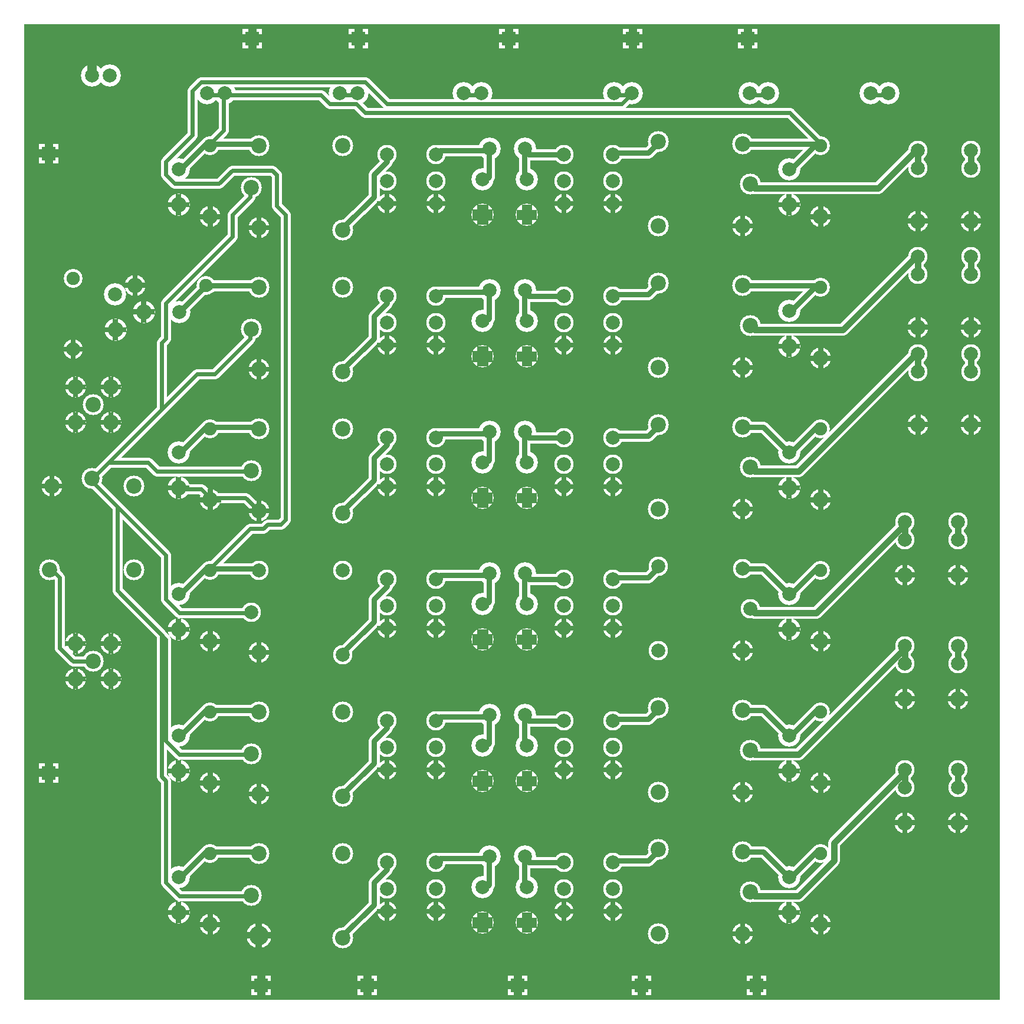
<source format=gbr>
%FSLAX34Y34*%
%MOMM*%
%LNCOPPER_BOTTOM*%
G71*
G01*
%ADD10C,3.200*%
%ADD11C,2.800*%
%ADD12C,2.700*%
%ADD13C,1.600*%
%ADD14C,3.000*%
%ADD15C,2.800*%
%ADD16C,2.800*%
%ADD17C,3.000*%
%ADD18C,3.000*%
%ADD19C,3.600*%
%ADD20C,1.400*%
%ADD21C,1.700*%
%ADD22C,0.667*%
%ADD23C,1.607*%
%ADD24C,1.447*%
%ADD25C,1.340*%
%ADD26C,0.813*%
%ADD27C,1.193*%
%ADD28C,0.733*%
%ADD29C,0.933*%
%ADD30C,2.000*%
%ADD31C,1.900*%
%ADD32C,0.800*%
%ADD33C,2.200*%
%ADD34C,2.000*%
%ADD35C,2.000*%
%ADD36C,4.300*%
%ADD37C,0.144*%
%ADD38C,2.200*%
%ADD39C,2.200*%
%ADD40C,2.800*%
%ADD41C,0.600*%
%ADD42C,0.900*%
%LPD*%
G36*
X-1047750Y69850D02*
X352250Y69850D01*
X352250Y-1330150D01*
X-1047750Y-1330150D01*
X-1047750Y69850D01*
G37*
%LPC*%
X-785675Y-29175D02*
G54D10*
D03*
X-760175Y-29175D02*
G54D10*
D03*
X-595175Y-29175D02*
G54D10*
D03*
X-569675Y-29175D02*
G54D10*
D03*
X-273050Y-117350D02*
G54D11*
D03*
X-203200Y-117350D02*
G54D11*
D03*
X-273050Y-187200D02*
G54D11*
D03*
X-203200Y-187200D02*
G54D11*
D03*
X-203200Y-155450D02*
G54D11*
D03*
X-273050Y-155450D02*
G54D11*
D03*
X-329159Y-108579D02*
G54D10*
D03*
X-380140Y-108691D02*
G54D10*
D03*
X-527050Y-117350D02*
G54D11*
D03*
X-457200Y-117350D02*
G54D11*
D03*
X-527050Y-187200D02*
G54D11*
D03*
X-457200Y-187200D02*
G54D11*
D03*
X-457200Y-155450D02*
G54D11*
D03*
X-527050Y-155450D02*
G54D11*
D03*
X-390223Y-152677D02*
G54D10*
D03*
X-390110Y-203658D02*
G54D10*
D03*
X-326723Y-152677D02*
G54D10*
D03*
X-326610Y-203658D02*
G54D10*
D03*
X-781050Y-206250D02*
G54D12*
D03*
X-781050Y-104650D02*
G54D12*
D03*
G54D13*
X-457200Y-117350D02*
X-450850Y-111000D01*
X-381000Y-111000D01*
X-380140Y-108691D01*
G54D13*
X-390223Y-152677D02*
X-387350Y-155450D01*
X-381000Y-149100D01*
X-381000Y-111000D01*
X-380140Y-108691D01*
G54D13*
X-326723Y-152677D02*
X-323850Y-155450D01*
X-330200Y-149100D01*
X-330200Y-111000D01*
X-329159Y-108579D01*
G54D13*
X-329159Y-108579D02*
X-330200Y-111000D01*
X-323850Y-117350D01*
X-273050Y-117350D01*
X-417375Y-29175D02*
G54D10*
D03*
X-391875Y-29175D02*
G54D10*
D03*
X-201475Y-29175D02*
G54D10*
D03*
X-175975Y-29175D02*
G54D10*
D03*
X-6283Y-29067D02*
G54D10*
D03*
X19217Y-29067D02*
G54D10*
D03*
X-974750Y-450750D02*
G54D14*
D03*
X-923950Y-450750D02*
G54D14*
D03*
X-949350Y-476150D02*
G54D14*
D03*
X-923950Y-501550D02*
G54D14*
D03*
X-974750Y-501550D02*
G54D14*
D03*
X-974750Y-819050D02*
G54D14*
D03*
X-923950Y-819050D02*
G54D14*
D03*
X-949350Y-844450D02*
G54D14*
D03*
X-923950Y-869850D02*
G54D14*
D03*
X-974750Y-869850D02*
G54D14*
D03*
X-527050Y-187200D02*
G54D15*
D03*
X-457200Y-187200D02*
G54D15*
D03*
X-390111Y-203658D02*
G54D15*
D03*
X-326610Y-203658D02*
G54D15*
D03*
X-273050Y-187200D02*
G54D15*
D03*
X-203200Y-187200D02*
G54D15*
D03*
X-974750Y-450750D02*
G54D15*
D03*
X-923950Y-450750D02*
G54D15*
D03*
X-974750Y-501550D02*
G54D15*
D03*
X-923950Y-501550D02*
G54D15*
D03*
X-974750Y-819050D02*
G54D16*
D03*
X-923950Y-819050D02*
G54D15*
D03*
X-974750Y-869850D02*
G54D15*
D03*
X-923950Y-869850D02*
G54D15*
D03*
X-977900Y-396750D02*
G54D12*
D03*
X-977900Y-295150D02*
G54D12*
D03*
X-917273Y-317777D02*
G54D10*
D03*
X-917160Y-368758D02*
G54D10*
D03*
X-950775Y-3775D02*
G54D10*
D03*
X-925275Y-3775D02*
G54D10*
D03*
X-977900Y-396750D02*
G54D15*
D03*
G36*
X-734750Y63350D02*
X-706750Y63350D01*
X-706750Y35350D01*
X-734750Y35350D01*
X-734750Y63350D01*
G37*
G36*
X-582350Y63350D02*
X-554350Y63350D01*
X-554350Y35350D01*
X-582350Y35350D01*
X-582350Y63350D01*
G37*
G36*
X-366450Y63350D02*
X-338450Y63350D01*
X-338450Y35350D01*
X-366450Y35350D01*
X-366450Y63350D01*
G37*
G36*
X-188650Y63350D02*
X-160650Y63350D01*
X-160650Y35350D01*
X-188650Y35350D01*
X-188650Y63350D01*
G37*
G36*
X-23550Y63350D02*
X4450Y63350D01*
X4450Y35350D01*
X-23550Y35350D01*
X-23550Y63350D01*
G37*
X166825Y-29175D02*
G54D10*
D03*
X192325Y-29175D02*
G54D10*
D03*
G36*
X-998850Y-101750D02*
X-998850Y-129750D01*
X-1026850Y-129750D01*
X-1026850Y-101750D01*
X-998850Y-101750D01*
G37*
G36*
X-998850Y-990750D02*
X-998850Y-1018750D01*
X-1026850Y-1018750D01*
X-1026850Y-990750D01*
X-998850Y-990750D01*
G37*
X-590550Y-225300D02*
G54D14*
D03*
X-711200Y-222126D02*
G54D14*
D03*
X-590550Y-104650D02*
G54D14*
D03*
X-711200Y-104650D02*
G54D14*
D03*
X-722312Y-164975D02*
G54D14*
D03*
X-826624Y-138205D02*
G54D10*
D03*
X-826512Y-189185D02*
G54D10*
D03*
X-826512Y-189185D02*
G54D14*
D03*
X-137456Y-98912D02*
G54D14*
D03*
X-16806Y-102086D02*
G54D14*
D03*
X-137456Y-219562D02*
G54D14*
D03*
X-16806Y-219562D02*
G54D14*
D03*
X-5694Y-159237D02*
G54D14*
D03*
X95250Y-206250D02*
G54D12*
D03*
X95250Y-104650D02*
G54D12*
D03*
X49676Y-138205D02*
G54D10*
D03*
X49788Y-189185D02*
G54D10*
D03*
X49788Y-189185D02*
G54D14*
D03*
X-273050Y-320550D02*
G54D11*
D03*
X-203200Y-320550D02*
G54D11*
D03*
X-273050Y-390400D02*
G54D11*
D03*
X-203200Y-390400D02*
G54D11*
D03*
X-203200Y-358650D02*
G54D11*
D03*
X-273050Y-358650D02*
G54D11*
D03*
X-329159Y-311779D02*
G54D10*
D03*
X-380140Y-311891D02*
G54D10*
D03*
X-527050Y-320550D02*
G54D11*
D03*
X-457200Y-320550D02*
G54D11*
D03*
X-527050Y-390400D02*
G54D11*
D03*
X-457200Y-390400D02*
G54D11*
D03*
X-457200Y-358650D02*
G54D11*
D03*
X-527050Y-358650D02*
G54D11*
D03*
X-390223Y-355877D02*
G54D10*
D03*
X-390110Y-406858D02*
G54D10*
D03*
X-326723Y-355877D02*
G54D10*
D03*
X-326610Y-406858D02*
G54D10*
D03*
G54D13*
X-457200Y-320550D02*
X-450850Y-314200D01*
X-381000Y-314200D01*
X-380140Y-311891D01*
G54D13*
X-390223Y-355877D02*
X-387350Y-358650D01*
X-381000Y-352300D01*
X-381000Y-314200D01*
X-380140Y-311891D01*
G54D13*
X-326723Y-355877D02*
X-323850Y-358650D01*
X-330200Y-352300D01*
X-330200Y-314200D01*
X-329159Y-311779D01*
G54D13*
X-329159Y-311779D02*
X-330200Y-314200D01*
X-323850Y-320550D01*
X-273050Y-320550D01*
X-527050Y-390400D02*
G54D15*
D03*
X-457200Y-390400D02*
G54D15*
D03*
X-390111Y-406858D02*
G54D15*
D03*
X-326610Y-406858D02*
G54D15*
D03*
X-273050Y-390400D02*
G54D15*
D03*
X-203200Y-390400D02*
G54D15*
D03*
X-590550Y-428500D02*
G54D14*
D03*
X-711200Y-425326D02*
G54D14*
D03*
X-590550Y-307850D02*
G54D14*
D03*
X-711200Y-307850D02*
G54D14*
D03*
X-722312Y-368175D02*
G54D14*
D03*
X-825500Y-342900D02*
G54D10*
D03*
X-876480Y-343012D02*
G54D10*
D03*
X-137456Y-302112D02*
G54D14*
D03*
X-16806Y-305286D02*
G54D14*
D03*
X-137456Y-422762D02*
G54D14*
D03*
X-16806Y-422762D02*
G54D14*
D03*
X-5694Y-362437D02*
G54D14*
D03*
X95250Y-409450D02*
G54D12*
D03*
X95250Y-307850D02*
G54D12*
D03*
X49676Y-341405D02*
G54D10*
D03*
X49788Y-392385D02*
G54D10*
D03*
X49788Y-392385D02*
G54D14*
D03*
X-273050Y-523750D02*
G54D11*
D03*
X-203200Y-523750D02*
G54D11*
D03*
X-273050Y-593600D02*
G54D11*
D03*
X-203200Y-593600D02*
G54D11*
D03*
X-203200Y-561850D02*
G54D11*
D03*
X-273050Y-561850D02*
G54D11*
D03*
X-329159Y-514979D02*
G54D10*
D03*
X-380140Y-515091D02*
G54D10*
D03*
X-527050Y-523750D02*
G54D11*
D03*
X-457200Y-523750D02*
G54D11*
D03*
X-527050Y-593600D02*
G54D11*
D03*
X-457200Y-593600D02*
G54D11*
D03*
X-457200Y-561850D02*
G54D11*
D03*
X-527050Y-561850D02*
G54D11*
D03*
X-390223Y-559077D02*
G54D10*
D03*
X-390110Y-610058D02*
G54D10*
D03*
X-326723Y-559077D02*
G54D10*
D03*
X-326610Y-610058D02*
G54D10*
D03*
X-781050Y-612650D02*
G54D12*
D03*
X-781050Y-511050D02*
G54D12*
D03*
G54D13*
X-457200Y-523750D02*
X-450850Y-517400D01*
X-381000Y-517400D01*
X-380140Y-515091D01*
G54D13*
X-390223Y-559077D02*
X-387350Y-561850D01*
X-381000Y-555500D01*
X-381000Y-517400D01*
X-380140Y-515091D01*
G54D13*
X-326723Y-559077D02*
X-323850Y-561850D01*
X-330200Y-555500D01*
X-330200Y-517400D01*
X-329159Y-514979D01*
G54D13*
X-329159Y-514979D02*
X-330200Y-517400D01*
X-323850Y-523750D01*
X-273050Y-523750D01*
X-527050Y-593600D02*
G54D15*
D03*
X-457200Y-593600D02*
G54D15*
D03*
X-390111Y-610058D02*
G54D15*
D03*
X-326610Y-610058D02*
G54D15*
D03*
X-273050Y-593600D02*
G54D15*
D03*
X-203200Y-593600D02*
G54D15*
D03*
X-590550Y-631700D02*
G54D14*
D03*
X-711200Y-628526D02*
G54D14*
D03*
X-590550Y-511050D02*
G54D14*
D03*
X-711200Y-511050D02*
G54D14*
D03*
X-722312Y-571375D02*
G54D14*
D03*
X-826624Y-544605D02*
G54D10*
D03*
X-826512Y-595585D02*
G54D10*
D03*
X-826512Y-595585D02*
G54D14*
D03*
X-137456Y-505312D02*
G54D14*
D03*
X-16806Y-508486D02*
G54D14*
D03*
X-137456Y-625962D02*
G54D14*
D03*
X-16806Y-625962D02*
G54D14*
D03*
X-5694Y-565637D02*
G54D14*
D03*
X95250Y-612650D02*
G54D12*
D03*
X95250Y-511050D02*
G54D12*
D03*
X49676Y-544605D02*
G54D10*
D03*
X49788Y-595585D02*
G54D10*
D03*
X49788Y-595585D02*
G54D14*
D03*
X-273050Y-726950D02*
G54D11*
D03*
X-203200Y-726950D02*
G54D11*
D03*
X-273050Y-796800D02*
G54D11*
D03*
X-203200Y-796800D02*
G54D11*
D03*
X-203200Y-765050D02*
G54D11*
D03*
X-273050Y-765050D02*
G54D11*
D03*
X-329159Y-718179D02*
G54D10*
D03*
X-380140Y-718291D02*
G54D10*
D03*
X-527050Y-726950D02*
G54D11*
D03*
X-457200Y-726950D02*
G54D11*
D03*
X-527050Y-796800D02*
G54D11*
D03*
X-457200Y-796800D02*
G54D11*
D03*
X-457200Y-765050D02*
G54D11*
D03*
X-527050Y-765050D02*
G54D11*
D03*
X-390223Y-762277D02*
G54D10*
D03*
X-390110Y-813258D02*
G54D10*
D03*
X-326723Y-762277D02*
G54D10*
D03*
X-326610Y-813258D02*
G54D10*
D03*
X-781050Y-815850D02*
G54D12*
D03*
X-781050Y-714250D02*
G54D12*
D03*
G54D13*
X-457200Y-726950D02*
X-450850Y-720600D01*
X-381000Y-720600D01*
X-380140Y-718291D01*
G54D13*
X-390223Y-762277D02*
X-387350Y-765050D01*
X-381000Y-758700D01*
X-381000Y-720600D01*
X-380140Y-718291D01*
G54D13*
X-326723Y-762277D02*
X-323850Y-765050D01*
X-330200Y-758700D01*
X-330200Y-720600D01*
X-329159Y-718179D01*
G54D13*
X-329159Y-718179D02*
X-330200Y-720600D01*
X-323850Y-726950D01*
X-273050Y-726950D01*
X-527050Y-796800D02*
G54D15*
D03*
X-457200Y-796800D02*
G54D15*
D03*
X-390111Y-813258D02*
G54D15*
D03*
X-326610Y-813258D02*
G54D15*
D03*
X-273050Y-796800D02*
G54D15*
D03*
X-203200Y-796800D02*
G54D15*
D03*
X-590550Y-834900D02*
G54D16*
D03*
X-711200Y-831726D02*
G54D16*
D03*
X-590550Y-714250D02*
G54D16*
D03*
X-711200Y-714250D02*
G54D16*
D03*
X-722312Y-774575D02*
G54D16*
D03*
X-826624Y-747804D02*
G54D10*
D03*
X-826512Y-798785D02*
G54D10*
D03*
X-826512Y-798785D02*
G54D14*
D03*
X-137456Y-708512D02*
G54D16*
D03*
X-16806Y-711686D02*
G54D16*
D03*
X-137456Y-829162D02*
G54D16*
D03*
X-16806Y-829162D02*
G54D16*
D03*
X-5694Y-768837D02*
G54D16*
D03*
X95250Y-815850D02*
G54D12*
D03*
X95250Y-714250D02*
G54D12*
D03*
X49676Y-747804D02*
G54D10*
D03*
X49788Y-798785D02*
G54D10*
D03*
X49788Y-798785D02*
G54D14*
D03*
X-273050Y-930150D02*
G54D11*
D03*
X-203200Y-930150D02*
G54D11*
D03*
X-273050Y-1000000D02*
G54D11*
D03*
X-203200Y-1000000D02*
G54D11*
D03*
X-203200Y-968250D02*
G54D11*
D03*
X-273050Y-968250D02*
G54D11*
D03*
X-329159Y-921379D02*
G54D10*
D03*
X-380140Y-921491D02*
G54D10*
D03*
X-527050Y-930150D02*
G54D11*
D03*
X-457200Y-930150D02*
G54D11*
D03*
X-527050Y-1000000D02*
G54D11*
D03*
X-457200Y-1000000D02*
G54D11*
D03*
X-457200Y-968250D02*
G54D11*
D03*
X-527050Y-968250D02*
G54D11*
D03*
X-390223Y-965477D02*
G54D10*
D03*
X-390110Y-1016458D02*
G54D10*
D03*
X-326723Y-965477D02*
G54D10*
D03*
X-326610Y-1016458D02*
G54D10*
D03*
X-781050Y-1019050D02*
G54D12*
D03*
X-781050Y-917450D02*
G54D12*
D03*
G54D13*
X-457200Y-930150D02*
X-450850Y-923800D01*
X-381000Y-923800D01*
X-380140Y-921491D01*
G54D13*
X-390223Y-965477D02*
X-387350Y-968250D01*
X-381000Y-961900D01*
X-381000Y-923800D01*
X-380140Y-921491D01*
G54D13*
X-326723Y-965477D02*
X-323850Y-968250D01*
X-330200Y-961900D01*
X-330200Y-923800D01*
X-329159Y-921379D01*
G54D13*
X-329159Y-921379D02*
X-330200Y-923800D01*
X-323850Y-930150D01*
X-273050Y-930150D01*
X-527050Y-1000000D02*
G54D15*
D03*
X-457200Y-1000000D02*
G54D15*
D03*
X-390111Y-1016458D02*
G54D15*
D03*
X-326610Y-1016458D02*
G54D15*
D03*
X-273050Y-1000000D02*
G54D15*
D03*
X-203200Y-1000000D02*
G54D15*
D03*
X-590550Y-1038100D02*
G54D14*
D03*
X-711200Y-1034926D02*
G54D14*
D03*
X-590550Y-917450D02*
G54D14*
D03*
X-711200Y-917450D02*
G54D14*
D03*
X-722312Y-977775D02*
G54D14*
D03*
X-826624Y-951004D02*
G54D10*
D03*
X-826512Y-1001985D02*
G54D10*
D03*
X-826512Y-1001985D02*
G54D14*
D03*
X-137456Y-911712D02*
G54D14*
D03*
X-16806Y-914886D02*
G54D14*
D03*
X-137456Y-1032362D02*
G54D14*
D03*
X-16806Y-1032362D02*
G54D14*
D03*
X-5694Y-972037D02*
G54D14*
D03*
X95250Y-1019050D02*
G54D12*
D03*
X95250Y-917450D02*
G54D12*
D03*
X49676Y-951004D02*
G54D10*
D03*
X49788Y-1001985D02*
G54D10*
D03*
X49788Y-1001985D02*
G54D14*
D03*
X-273050Y-1133350D02*
G54D11*
D03*
X-203200Y-1133350D02*
G54D11*
D03*
X-273050Y-1203200D02*
G54D11*
D03*
X-203200Y-1203200D02*
G54D11*
D03*
X-203200Y-1171450D02*
G54D11*
D03*
X-273050Y-1171450D02*
G54D11*
D03*
X-329159Y-1124579D02*
G54D10*
D03*
X-380140Y-1124691D02*
G54D10*
D03*
X-527050Y-1133350D02*
G54D11*
D03*
X-457200Y-1133350D02*
G54D11*
D03*
X-527050Y-1203200D02*
G54D11*
D03*
X-457200Y-1203200D02*
G54D11*
D03*
X-457200Y-1171450D02*
G54D11*
D03*
X-527050Y-1171450D02*
G54D11*
D03*
X-390223Y-1168677D02*
G54D10*
D03*
X-390110Y-1219658D02*
G54D10*
D03*
X-326723Y-1168677D02*
G54D10*
D03*
X-326610Y-1219658D02*
G54D10*
D03*
X-781050Y-1222250D02*
G54D12*
D03*
X-781050Y-1120650D02*
G54D12*
D03*
G54D13*
X-457200Y-1133350D02*
X-450850Y-1127000D01*
X-381000Y-1127000D01*
X-380140Y-1124691D01*
G54D13*
X-390223Y-1168677D02*
X-387350Y-1171450D01*
X-381000Y-1165100D01*
X-381000Y-1127000D01*
X-380140Y-1124691D01*
G54D13*
X-326723Y-1168677D02*
X-323850Y-1171450D01*
X-330200Y-1165100D01*
X-330200Y-1127000D01*
X-329159Y-1124579D01*
G54D13*
X-329159Y-1124579D02*
X-330200Y-1127000D01*
X-323850Y-1133350D01*
X-273050Y-1133350D01*
X-527050Y-1203200D02*
G54D15*
D03*
X-457200Y-1203200D02*
G54D15*
D03*
X-390111Y-1219658D02*
G54D15*
D03*
X-326610Y-1219658D02*
G54D15*
D03*
X-273050Y-1203200D02*
G54D15*
D03*
X-203200Y-1203200D02*
G54D15*
D03*
X-590550Y-1241300D02*
G54D14*
D03*
X-711200Y-1238126D02*
G54D14*
D03*
X-590550Y-1120650D02*
G54D14*
D03*
X-711200Y-1120650D02*
G54D14*
D03*
X-722312Y-1180975D02*
G54D14*
D03*
X-826624Y-1154204D02*
G54D10*
D03*
X-826512Y-1205185D02*
G54D10*
D03*
X-826512Y-1205185D02*
G54D14*
D03*
X-137456Y-1114912D02*
G54D14*
D03*
X-16806Y-1118086D02*
G54D14*
D03*
X-137456Y-1235562D02*
G54D14*
D03*
X-16806Y-1235562D02*
G54D14*
D03*
X-5694Y-1175237D02*
G54D14*
D03*
X95250Y-1222250D02*
G54D12*
D03*
X95250Y-1120650D02*
G54D12*
D03*
X49676Y-1154204D02*
G54D10*
D03*
X49788Y-1205185D02*
G54D10*
D03*
X49788Y-1205185D02*
G54D14*
D03*
X-781050Y-612650D02*
G54D14*
D03*
X-781050Y-815850D02*
G54D14*
D03*
X-781050Y-1019050D02*
G54D14*
D03*
X95250Y-1222250D02*
G54D14*
D03*
X95250Y-1019050D02*
G54D14*
D03*
X95250Y-815850D02*
G54D14*
D03*
X95250Y-612650D02*
G54D14*
D03*
X95250Y-409450D02*
G54D14*
D03*
X95250Y-206250D02*
G54D14*
D03*
X-1011397Y-713559D02*
G54D14*
D03*
X-1008223Y-592909D02*
G54D14*
D03*
X-890747Y-713559D02*
G54D14*
D03*
X-890747Y-592909D02*
G54D14*
D03*
X-951072Y-581796D02*
G54D14*
D03*
X-711200Y-222126D02*
G54D17*
D03*
X-16806Y-219562D02*
G54D18*
D03*
X-711200Y-425326D02*
G54D18*
D03*
X-16806Y-422762D02*
G54D14*
D03*
X-711200Y-628526D02*
G54D18*
D03*
X-16806Y-625962D02*
G54D14*
D03*
X-711200Y-831726D02*
G54D14*
D03*
X-16806Y-829162D02*
G54D14*
D03*
X-711200Y-1034926D02*
G54D18*
D03*
X-16806Y-1032362D02*
G54D18*
D03*
X-711200Y-1238126D02*
G54D19*
D03*
X-16806Y-1235562D02*
G54D14*
D03*
X-1008223Y-592909D02*
G54D14*
D03*
G54D13*
X-826624Y-138205D02*
X-825500Y-139700D01*
X-787400Y-101600D01*
X-781050Y-101600D01*
X-781050Y-104650D01*
G54D13*
X-711200Y-104650D02*
X-711200Y-101600D01*
X-781050Y-101600D01*
X-781050Y-104650D01*
G54D13*
X-590550Y-225300D02*
X-590550Y-222250D01*
X-546100Y-177800D01*
X-546100Y-146050D01*
X-527050Y-127000D01*
X-527050Y-114300D01*
X-527050Y-117350D01*
G54D13*
X-137456Y-98912D02*
X-139700Y-101600D01*
X-152400Y-114300D01*
X-203200Y-114300D01*
X-203200Y-117350D01*
G54D13*
X95250Y-104650D02*
X95250Y-101600D01*
X-19050Y-101600D01*
X-16806Y-102086D01*
G54D13*
X49676Y-138205D02*
X50800Y-139700D01*
X88900Y-101600D01*
X95250Y-101600D01*
X95250Y-104650D01*
G54D13*
X-826624Y-341405D02*
X-825500Y-342900D01*
X-787400Y-304800D01*
X-781050Y-304800D01*
X-781050Y-307850D01*
G54D13*
X-590550Y-428500D02*
X-590550Y-425450D01*
X-546100Y-381000D01*
X-546100Y-349250D01*
X-527050Y-330200D01*
X-527050Y-317500D01*
X-527050Y-320550D01*
G54D13*
X-137456Y-302112D02*
X-139700Y-304800D01*
X-152400Y-317500D01*
X-203200Y-317500D01*
X-203200Y-320550D01*
G54D13*
X95250Y-307850D02*
X95250Y-304800D01*
X-19050Y-304800D01*
X-16806Y-305286D01*
G54D13*
X49676Y-341405D02*
X50800Y-342900D01*
X88900Y-304800D01*
X95250Y-304800D01*
X95250Y-307850D01*
G54D13*
X-711200Y-307850D02*
X-711200Y-304800D01*
X-781050Y-304800D01*
X-781050Y-307850D01*
G54D13*
X-711200Y-511050D02*
X-711200Y-508000D01*
X-781050Y-508000D01*
X-781050Y-511050D01*
G54D13*
X-826624Y-544605D02*
X-825500Y-546100D01*
X-787400Y-508000D01*
X-781050Y-508000D01*
X-781050Y-511050D01*
G54D13*
X-590550Y-631700D02*
X-590550Y-628650D01*
X-546100Y-584200D01*
X-546100Y-552450D01*
X-527050Y-533400D01*
X-527050Y-520700D01*
X-527050Y-523750D01*
G54D13*
X-137456Y-505312D02*
X-139700Y-508000D01*
X-152400Y-520700D01*
X-203200Y-520700D01*
X-203200Y-523750D01*
G54D13*
X49676Y-544605D02*
X50800Y-546100D01*
X12700Y-508000D01*
X-19050Y-508000D01*
X-16806Y-508486D01*
G54D13*
X49676Y-544605D02*
X50800Y-546100D01*
X88900Y-508000D01*
X95250Y-508000D01*
X95250Y-511050D01*
G54D13*
X-826624Y-747805D02*
X-825500Y-749300D01*
X-787400Y-711200D01*
X-781050Y-711200D01*
X-781050Y-714250D01*
G54D13*
X-711200Y-714250D02*
X-711200Y-711200D01*
X-781050Y-711200D01*
X-781050Y-714250D01*
G54D13*
X-590550Y-834900D02*
X-590550Y-831850D01*
X-546100Y-787400D01*
X-546100Y-755650D01*
X-527050Y-736600D01*
X-527050Y-723900D01*
X-527050Y-726950D01*
G54D13*
X-137456Y-708512D02*
X-139700Y-711200D01*
X-152400Y-723900D01*
X-203200Y-723900D01*
X-203200Y-726950D01*
G54D13*
X49676Y-747805D02*
X50800Y-749300D01*
X12700Y-711200D01*
X-19050Y-711200D01*
X-16806Y-711686D01*
G54D13*
X-826624Y-951005D02*
X-825500Y-952500D01*
X-787400Y-914400D01*
X-781050Y-914400D01*
X-781050Y-917450D01*
G54D13*
X-711200Y-917450D02*
X-711200Y-914400D01*
X-781050Y-914400D01*
X-781050Y-917450D01*
G54D13*
X-590550Y-1038100D02*
X-590550Y-1035050D01*
X-546100Y-990600D01*
X-546100Y-958850D01*
X-527050Y-939800D01*
X-527050Y-927100D01*
X-527050Y-930150D01*
G54D13*
X-137456Y-911712D02*
X-139700Y-914400D01*
X-152400Y-927100D01*
X-203200Y-927100D01*
X-203200Y-930150D01*
G54D13*
X49676Y-951005D02*
X50800Y-952500D01*
X12700Y-914400D01*
X-19050Y-914400D01*
X-16806Y-914886D01*
G54D13*
X49676Y-951005D02*
X50800Y-952500D01*
X88900Y-914400D01*
X95250Y-914400D01*
X95250Y-917450D01*
G54D13*
X-826624Y-1154205D02*
X-825500Y-1155700D01*
X-787400Y-1117600D01*
X-781050Y-1117600D01*
X-781050Y-1120650D01*
G54D13*
X-711200Y-1120650D02*
X-711200Y-1117600D01*
X-781050Y-1117600D01*
X-781050Y-1120650D01*
G54D13*
X-590550Y-1241300D02*
X-590550Y-1238250D01*
X-546100Y-1193800D01*
X-546100Y-1162050D01*
X-527050Y-1143000D01*
X-527050Y-1130300D01*
X-527050Y-1133350D01*
G54D13*
X-137456Y-1114912D02*
X-139700Y-1117600D01*
X-152400Y-1130300D01*
X-203200Y-1130300D01*
X-203200Y-1133350D01*
G54D13*
X49676Y-1154205D02*
X50800Y-1155700D01*
X12700Y-1117600D01*
X-19050Y-1117600D01*
X-16806Y-1118086D01*
G54D13*
X49676Y-1154205D02*
X50800Y-1155700D01*
X88900Y-1117600D01*
X95250Y-1117600D01*
X95250Y-1120650D01*
G54D13*
X49676Y-747805D02*
X50800Y-749300D01*
X88900Y-711200D01*
X95250Y-711200D01*
X95250Y-714250D01*
G54D20*
X-781050Y-104650D02*
X-781050Y-101600D01*
X-762000Y-82550D01*
X-762000Y-31750D01*
X-760175Y-29175D01*
G54D20*
X95250Y-104650D02*
X95250Y-101600D01*
X50800Y-57150D01*
X-558800Y-57150D01*
X-571500Y-44450D01*
X-609600Y-44450D01*
X-622300Y-31750D01*
X-762000Y-31750D01*
X-760175Y-29175D01*
G54D20*
X-781050Y-714250D02*
X-781050Y-711200D01*
X-723900Y-654050D01*
X-704850Y-654050D01*
X-698500Y-647700D01*
X-679450Y-647700D01*
X-673100Y-641350D01*
X-673100Y-203200D01*
X-685800Y-190500D01*
X-685800Y-146050D01*
X-692150Y-139700D01*
X-749300Y-139700D01*
X-768350Y-158750D01*
X-831850Y-158750D01*
X-844550Y-146050D01*
X-844550Y-127000D01*
X-806450Y-88900D01*
X-806450Y-25400D01*
X-793750Y-12700D01*
X-558800Y-12700D01*
X-527050Y-44450D01*
X-190500Y-44450D01*
X-177800Y-31750D01*
X-175975Y-29175D01*
G54D20*
X-951072Y-581796D02*
X-952500Y-584200D01*
X-850900Y-482600D01*
X-850900Y-387350D01*
X-844550Y-381000D01*
X-844550Y-330200D01*
X-749300Y-234950D01*
X-749300Y-203200D01*
X-723900Y-177800D01*
X-723900Y-165100D01*
X-722312Y-164975D01*
G54D20*
X-951072Y-581796D02*
X-952500Y-584200D01*
X-800100Y-431800D01*
X-774700Y-431800D01*
X-723900Y-381000D01*
X-723900Y-368300D01*
X-722312Y-368175D01*
G54D20*
X-951072Y-581796D02*
X-952500Y-584200D01*
X-927100Y-558800D01*
X-869950Y-558800D01*
X-857250Y-571500D01*
X-723900Y-571500D01*
X-722312Y-571375D01*
G54D20*
X-951072Y-581796D02*
X-952500Y-584200D01*
X-844550Y-692150D01*
X-844550Y-755650D01*
X-825500Y-774700D01*
X-723900Y-774700D01*
X-722312Y-774575D01*
G54D20*
X-951072Y-581796D02*
X-952500Y-584200D01*
X-914400Y-622300D01*
X-914400Y-742950D01*
X-844550Y-812800D01*
X-844550Y-958850D01*
X-825500Y-977900D01*
X-723900Y-977900D01*
X-722312Y-977775D01*
G54D20*
X-951072Y-581796D02*
X-952500Y-584200D01*
X-914400Y-622300D01*
X-914400Y-742950D01*
X-850900Y-806450D01*
X-850900Y-1009650D01*
X-844550Y-1016000D01*
X-844550Y-1162050D01*
X-825500Y-1181100D01*
X-723900Y-1181100D01*
X-722312Y-1180975D01*
G54D20*
X-1011397Y-713559D02*
X-1009650Y-711200D01*
X-996950Y-723900D01*
X-996950Y-825500D01*
X-977900Y-844550D01*
X-952500Y-844550D01*
X-949350Y-844450D01*
G36*
X-722050Y-1295550D02*
X-694050Y-1295550D01*
X-694050Y-1323550D01*
X-722050Y-1323550D01*
X-722050Y-1295550D01*
G37*
G36*
X-569650Y-1295550D02*
X-541650Y-1295550D01*
X-541650Y-1323550D01*
X-569650Y-1323550D01*
X-569650Y-1295550D01*
G37*
G36*
X-353750Y-1295550D02*
X-325750Y-1295550D01*
X-325750Y-1323550D01*
X-353750Y-1323550D01*
X-353750Y-1295550D01*
G37*
G36*
X-175950Y-1295550D02*
X-147950Y-1295550D01*
X-147950Y-1323550D01*
X-175950Y-1323550D01*
X-175950Y-1295550D01*
G37*
G36*
X-10850Y-1295550D02*
X17150Y-1295550D01*
X17150Y-1323550D01*
X-10850Y-1323550D01*
X-10850Y-1295550D01*
G37*
X-781050Y-206250D02*
G54D14*
D03*
X-876480Y-343012D02*
G54D14*
D03*
X-826512Y-189185D02*
G54D14*
D03*
X-781050Y-206250D02*
G54D14*
D03*
G54D20*
X-781050Y-612650D02*
X-781050Y-609600D01*
X-793750Y-596900D01*
X-825500Y-596900D01*
X-826512Y-595585D01*
G54D20*
X-711200Y-628526D02*
X-711200Y-628650D01*
X-730250Y-609600D01*
X-781050Y-609600D01*
X-781050Y-612650D01*
X-917160Y-368758D02*
G54D14*
D03*
X-781050Y-1222250D02*
G54D14*
D03*
X95250Y-1222250D02*
G54D14*
D03*
X49788Y-1205185D02*
G54D14*
D03*
X-889000Y-304800D02*
G54D12*
D03*
X-787400Y-304800D02*
G54D12*
D03*
X-889000Y-304800D02*
G54D14*
D03*
G54D20*
X-760175Y-29175D02*
X-762000Y-31750D01*
X-787400Y-31750D01*
X-785675Y-29175D01*
G54D20*
X-569675Y-29175D02*
X-571500Y-31750D01*
X-596900Y-31750D01*
X-595175Y-29175D01*
G54D20*
X-391875Y-29175D02*
X-393700Y-31750D01*
X-419100Y-31750D01*
X-417375Y-29175D01*
G54D20*
X-175975Y-29175D02*
X-177800Y-31750D01*
X-203200Y-31750D01*
X-201475Y-29175D01*
G54D20*
X19217Y-29067D02*
X19050Y-31750D01*
X-6350Y-31750D01*
X-6283Y-29067D01*
G54D20*
X192325Y-29175D02*
X190500Y-31750D01*
X165100Y-31750D01*
X166825Y-29175D01*
X234950Y-288800D02*
G54D11*
D03*
X311150Y-288800D02*
G54D11*
D03*
X234950Y-288800D02*
G54D11*
D03*
X234950Y-365000D02*
G54D11*
D03*
X311150Y-288800D02*
G54D11*
D03*
X311150Y-365000D02*
G54D11*
D03*
X234950Y-365000D02*
G54D14*
D03*
X311150Y-365000D02*
G54D14*
D03*
X234950Y-428500D02*
G54D11*
D03*
X311150Y-428500D02*
G54D11*
D03*
X234950Y-428500D02*
G54D11*
D03*
X234950Y-504700D02*
G54D11*
D03*
X311150Y-428500D02*
G54D11*
D03*
X311150Y-504700D02*
G54D11*
D03*
X234950Y-504700D02*
G54D14*
D03*
X311150Y-504700D02*
G54D14*
D03*
X234950Y-136400D02*
G54D11*
D03*
X311150Y-136400D02*
G54D11*
D03*
X234950Y-136400D02*
G54D11*
D03*
X234950Y-212600D02*
G54D11*
D03*
X311150Y-136400D02*
G54D11*
D03*
X311150Y-212600D02*
G54D11*
D03*
X234950Y-212600D02*
G54D14*
D03*
X311150Y-212600D02*
G54D14*
D03*
X215900Y-644400D02*
G54D11*
D03*
X292100Y-644400D02*
G54D11*
D03*
X215900Y-644400D02*
G54D11*
D03*
X215900Y-720600D02*
G54D11*
D03*
X292100Y-644400D02*
G54D11*
D03*
X292100Y-720600D02*
G54D11*
D03*
X215900Y-720600D02*
G54D14*
D03*
X292100Y-720600D02*
G54D14*
D03*
X215900Y-822200D02*
G54D11*
D03*
X292100Y-822200D02*
G54D11*
D03*
X215900Y-822200D02*
G54D11*
D03*
X215900Y-898400D02*
G54D11*
D03*
X292100Y-822200D02*
G54D11*
D03*
X292100Y-898400D02*
G54D11*
D03*
X215900Y-898400D02*
G54D14*
D03*
X292100Y-898400D02*
G54D14*
D03*
X215900Y-1000000D02*
G54D11*
D03*
X292100Y-1000000D02*
G54D11*
D03*
X215900Y-1000000D02*
G54D11*
D03*
X215900Y-1076200D02*
G54D11*
D03*
X292100Y-1000000D02*
G54D11*
D03*
X292100Y-1076200D02*
G54D11*
D03*
X215900Y-1076200D02*
G54D14*
D03*
X292100Y-1076200D02*
G54D14*
D03*
X234950Y-111000D02*
G54D11*
D03*
X311150Y-111000D02*
G54D11*
D03*
X234950Y-263400D02*
G54D11*
D03*
X311150Y-263400D02*
G54D11*
D03*
X234950Y-403100D02*
G54D11*
D03*
X311150Y-403100D02*
G54D11*
D03*
X215900Y-669800D02*
G54D11*
D03*
X292100Y-669800D02*
G54D11*
D03*
X215900Y-847600D02*
G54D11*
D03*
X292100Y-847600D02*
G54D11*
D03*
X215900Y-1025400D02*
G54D11*
D03*
X292100Y-1025400D02*
G54D11*
D03*
G54D21*
X234950Y-111000D02*
X234950Y-136400D01*
G54D21*
X311150Y-111000D02*
X311150Y-136400D01*
G54D21*
X234950Y-263400D02*
X234950Y-288800D01*
G54D21*
X311150Y-263400D02*
X311150Y-288800D01*
G54D21*
X234950Y-403100D02*
X234950Y-428500D01*
G54D21*
X311150Y-403100D02*
X311150Y-428500D01*
G54D21*
X215900Y-669800D02*
X215900Y-644400D01*
G54D21*
X292100Y-669800D02*
X292100Y-644400D01*
G54D21*
X215900Y-847600D02*
X215900Y-822200D01*
G54D21*
X292100Y-847600D02*
X292100Y-822200D01*
G54D21*
X215900Y-1025400D02*
X215900Y-1000000D01*
G54D21*
X292100Y-1025400D02*
X292100Y-1000000D01*
G54D21*
X234950Y-111000D02*
X228600Y-114300D01*
X177800Y-165100D01*
X0Y-165100D01*
X-5694Y-159237D01*
G54D21*
X234950Y-263400D02*
X228600Y-266700D01*
X127000Y-368300D01*
X0Y-368300D01*
X-5694Y-362437D01*
G54D21*
X234950Y-403100D02*
X228600Y-406400D01*
X63500Y-571500D01*
X0Y-571500D01*
X-5694Y-565637D01*
G54D21*
X215900Y-644400D02*
X215900Y-647700D01*
X88900Y-774700D01*
X0Y-774700D01*
X-5694Y-768837D01*
G54D21*
X215900Y-822200D02*
X215900Y-825500D01*
X63500Y-977900D01*
X0Y-977900D01*
X-5694Y-972037D01*
G54D21*
X215900Y-1000000D02*
X215900Y-1003300D01*
X114300Y-1104900D01*
X114300Y-1130300D01*
X63500Y-1181100D01*
X0Y-1181100D01*
X-5694Y-1175237D01*
%LPD*%
G54D22*
G36*
X-530383Y-187200D02*
X-530383Y-172700D01*
X-523717Y-172700D01*
X-523717Y-187200D01*
X-530383Y-187200D01*
G37*
G36*
X-527050Y-183867D02*
X-512550Y-183867D01*
X-512550Y-190533D01*
X-527050Y-190533D01*
X-527050Y-183867D01*
G37*
G36*
X-523717Y-187200D02*
X-523717Y-201700D01*
X-530383Y-201700D01*
X-530383Y-187200D01*
X-523717Y-187200D01*
G37*
G36*
X-527050Y-190533D02*
X-541550Y-190533D01*
X-541550Y-183867D01*
X-527050Y-183867D01*
X-527050Y-190533D01*
G37*
G54D22*
G36*
X-460533Y-187200D02*
X-460533Y-172700D01*
X-453867Y-172700D01*
X-453867Y-187200D01*
X-460533Y-187200D01*
G37*
G36*
X-457200Y-183867D02*
X-442700Y-183867D01*
X-442700Y-190533D01*
X-457200Y-190533D01*
X-457200Y-183867D01*
G37*
G36*
X-453867Y-187200D02*
X-453867Y-201700D01*
X-460533Y-201700D01*
X-460533Y-187200D01*
X-453867Y-187200D01*
G37*
G36*
X-457200Y-190533D02*
X-471700Y-190533D01*
X-471700Y-183867D01*
X-457200Y-183867D01*
X-457200Y-190533D01*
G37*
G54D23*
G36*
X-398144Y-203658D02*
X-398144Y-189158D01*
X-382078Y-189158D01*
X-382078Y-203658D01*
X-398144Y-203658D01*
G37*
G36*
X-390111Y-195625D02*
X-375611Y-195625D01*
X-375611Y-211691D01*
X-390111Y-211691D01*
X-390111Y-195625D01*
G37*
G36*
X-382078Y-203658D02*
X-382078Y-218158D01*
X-398144Y-218158D01*
X-398144Y-203658D01*
X-382078Y-203658D01*
G37*
G36*
X-390111Y-211691D02*
X-404611Y-211691D01*
X-404611Y-195625D01*
X-390111Y-195625D01*
X-390111Y-211691D01*
G37*
G54D24*
G36*
X-333843Y-203658D02*
X-333843Y-189158D01*
X-319377Y-189158D01*
X-319377Y-203658D01*
X-333843Y-203658D01*
G37*
G36*
X-326610Y-196425D02*
X-312110Y-196425D01*
X-312110Y-210891D01*
X-326610Y-210891D01*
X-326610Y-196425D01*
G37*
G36*
X-319377Y-203658D02*
X-319377Y-218158D01*
X-333843Y-218158D01*
X-333843Y-203658D01*
X-319377Y-203658D01*
G37*
G36*
X-326610Y-210891D02*
X-341110Y-210891D01*
X-341110Y-196425D01*
X-326610Y-196425D01*
X-326610Y-210891D01*
G37*
G54D22*
G36*
X-276383Y-187200D02*
X-276383Y-172700D01*
X-269717Y-172700D01*
X-269717Y-187200D01*
X-276383Y-187200D01*
G37*
G36*
X-273050Y-183867D02*
X-258550Y-183867D01*
X-258550Y-190533D01*
X-273050Y-190533D01*
X-273050Y-183867D01*
G37*
G36*
X-269717Y-187200D02*
X-269717Y-201700D01*
X-276383Y-201700D01*
X-276383Y-187200D01*
X-269717Y-187200D01*
G37*
G36*
X-273050Y-190533D02*
X-287550Y-190533D01*
X-287550Y-183867D01*
X-273050Y-183867D01*
X-273050Y-190533D01*
G37*
G54D22*
G36*
X-206533Y-187200D02*
X-206533Y-172700D01*
X-199867Y-172700D01*
X-199867Y-187200D01*
X-206533Y-187200D01*
G37*
G36*
X-203200Y-183867D02*
X-188700Y-183867D01*
X-188700Y-190533D01*
X-203200Y-190533D01*
X-203200Y-183867D01*
G37*
G36*
X-199867Y-187200D02*
X-199867Y-201700D01*
X-206533Y-201700D01*
X-206533Y-187200D01*
X-199867Y-187200D01*
G37*
G36*
X-203200Y-190533D02*
X-217700Y-190533D01*
X-217700Y-183867D01*
X-203200Y-183867D01*
X-203200Y-190533D01*
G37*
G54D22*
G36*
X-978083Y-450750D02*
X-978083Y-436250D01*
X-971417Y-436250D01*
X-971417Y-450750D01*
X-978083Y-450750D01*
G37*
G36*
X-974750Y-447417D02*
X-960250Y-447417D01*
X-960250Y-454083D01*
X-974750Y-454083D01*
X-974750Y-447417D01*
G37*
G36*
X-971417Y-450750D02*
X-971417Y-465250D01*
X-978083Y-465250D01*
X-978083Y-450750D01*
X-971417Y-450750D01*
G37*
G36*
X-974750Y-454083D02*
X-989250Y-454083D01*
X-989250Y-447417D01*
X-974750Y-447417D01*
X-974750Y-454083D01*
G37*
G54D22*
G36*
X-927283Y-450750D02*
X-927283Y-436250D01*
X-920617Y-436250D01*
X-920617Y-450750D01*
X-927283Y-450750D01*
G37*
G36*
X-923950Y-447417D02*
X-909450Y-447417D01*
X-909450Y-454083D01*
X-923950Y-454083D01*
X-923950Y-447417D01*
G37*
G36*
X-920617Y-450750D02*
X-920617Y-465250D01*
X-927283Y-465250D01*
X-927283Y-450750D01*
X-920617Y-450750D01*
G37*
G36*
X-923950Y-454083D02*
X-938450Y-454083D01*
X-938450Y-447417D01*
X-923950Y-447417D01*
X-923950Y-454083D01*
G37*
G54D22*
G36*
X-978083Y-501550D02*
X-978083Y-487050D01*
X-971417Y-487050D01*
X-971417Y-501550D01*
X-978083Y-501550D01*
G37*
G36*
X-974750Y-498217D02*
X-960250Y-498217D01*
X-960250Y-504883D01*
X-974750Y-504883D01*
X-974750Y-498217D01*
G37*
G36*
X-971417Y-501550D02*
X-971417Y-516050D01*
X-978083Y-516050D01*
X-978083Y-501550D01*
X-971417Y-501550D01*
G37*
G36*
X-974750Y-504883D02*
X-989250Y-504883D01*
X-989250Y-498217D01*
X-974750Y-498217D01*
X-974750Y-504883D01*
G37*
G54D22*
G36*
X-927283Y-501550D02*
X-927283Y-487050D01*
X-920617Y-487050D01*
X-920617Y-501550D01*
X-927283Y-501550D01*
G37*
G36*
X-923950Y-498217D02*
X-909450Y-498217D01*
X-909450Y-504883D01*
X-923950Y-504883D01*
X-923950Y-498217D01*
G37*
G36*
X-920617Y-501550D02*
X-920617Y-516050D01*
X-927283Y-516050D01*
X-927283Y-501550D01*
X-920617Y-501550D01*
G37*
G36*
X-923950Y-504883D02*
X-938450Y-504883D01*
X-938450Y-498217D01*
X-923950Y-498217D01*
X-923950Y-504883D01*
G37*
G54D22*
G36*
X-978083Y-819050D02*
X-978083Y-804550D01*
X-971417Y-804550D01*
X-971417Y-819050D01*
X-978083Y-819050D01*
G37*
G36*
X-974750Y-815717D02*
X-960250Y-815717D01*
X-960250Y-822383D01*
X-974750Y-822383D01*
X-974750Y-815717D01*
G37*
G36*
X-971417Y-819050D02*
X-971417Y-833550D01*
X-978083Y-833550D01*
X-978083Y-819050D01*
X-971417Y-819050D01*
G37*
G36*
X-974750Y-822383D02*
X-989250Y-822383D01*
X-989250Y-815717D01*
X-974750Y-815717D01*
X-974750Y-822383D01*
G37*
G54D22*
G36*
X-927283Y-819050D02*
X-927283Y-804550D01*
X-920617Y-804550D01*
X-920617Y-819050D01*
X-927283Y-819050D01*
G37*
G36*
X-923950Y-815717D02*
X-909450Y-815717D01*
X-909450Y-822383D01*
X-923950Y-822383D01*
X-923950Y-815717D01*
G37*
G36*
X-920617Y-819050D02*
X-920617Y-833550D01*
X-927283Y-833550D01*
X-927283Y-819050D01*
X-920617Y-819050D01*
G37*
G36*
X-923950Y-822383D02*
X-938450Y-822383D01*
X-938450Y-815717D01*
X-923950Y-815717D01*
X-923950Y-822383D01*
G37*
G54D22*
G36*
X-978083Y-869850D02*
X-978083Y-855350D01*
X-971417Y-855350D01*
X-971417Y-869850D01*
X-978083Y-869850D01*
G37*
G36*
X-974750Y-866517D02*
X-960250Y-866517D01*
X-960250Y-873183D01*
X-974750Y-873183D01*
X-974750Y-866517D01*
G37*
G36*
X-971417Y-869850D02*
X-971417Y-884350D01*
X-978083Y-884350D01*
X-978083Y-869850D01*
X-971417Y-869850D01*
G37*
G36*
X-974750Y-873183D02*
X-989250Y-873183D01*
X-989250Y-866517D01*
X-974750Y-866517D01*
X-974750Y-873183D01*
G37*
G54D22*
G36*
X-927283Y-869850D02*
X-927283Y-855350D01*
X-920617Y-855350D01*
X-920617Y-869850D01*
X-927283Y-869850D01*
G37*
G36*
X-923950Y-866517D02*
X-909450Y-866517D01*
X-909450Y-873183D01*
X-923950Y-873183D01*
X-923950Y-866517D01*
G37*
G36*
X-920617Y-869850D02*
X-920617Y-884350D01*
X-927283Y-884350D01*
X-927283Y-869850D01*
X-920617Y-869850D01*
G37*
G36*
X-923950Y-873183D02*
X-938450Y-873183D01*
X-938450Y-866517D01*
X-923950Y-866517D01*
X-923950Y-873183D01*
G37*
G54D25*
G36*
X-957475Y-3775D02*
X-957475Y12725D01*
X-944075Y12725D01*
X-944075Y-3775D01*
X-957475Y-3775D01*
G37*
G54D26*
G54D22*
G36*
X-981233Y-396750D02*
X-981233Y-382250D01*
X-974567Y-382250D01*
X-974567Y-396750D01*
X-981233Y-396750D01*
G37*
G36*
X-977900Y-393417D02*
X-963400Y-393417D01*
X-963400Y-400083D01*
X-977900Y-400083D01*
X-977900Y-393417D01*
G37*
G36*
X-974567Y-396750D02*
X-974567Y-411250D01*
X-981233Y-411250D01*
X-981233Y-396750D01*
X-974567Y-396750D01*
G37*
G36*
X-977900Y-400083D02*
X-992400Y-400083D01*
X-992400Y-393417D01*
X-977900Y-393417D01*
X-977900Y-400083D01*
G37*
G54D27*
G36*
X-726717Y49350D02*
X-726717Y63850D01*
X-714783Y63850D01*
X-714783Y49350D01*
X-726717Y49350D01*
G37*
G36*
X-720750Y55317D02*
X-706250Y55317D01*
X-706250Y43383D01*
X-720750Y43383D01*
X-720750Y55317D01*
G37*
G36*
X-714783Y49350D02*
X-714783Y34850D01*
X-726717Y34850D01*
X-726717Y49350D01*
X-714783Y49350D01*
G37*
G36*
X-720750Y43383D02*
X-735250Y43383D01*
X-735250Y55317D01*
X-720750Y55317D01*
X-720750Y43383D01*
G37*
G54D27*
G36*
X-574317Y49350D02*
X-574317Y63850D01*
X-562383Y63850D01*
X-562383Y49350D01*
X-574317Y49350D01*
G37*
G36*
X-568350Y55317D02*
X-553850Y55317D01*
X-553850Y43383D01*
X-568350Y43383D01*
X-568350Y55317D01*
G37*
G36*
X-562383Y49350D02*
X-562383Y34850D01*
X-574317Y34850D01*
X-574317Y49350D01*
X-562383Y49350D01*
G37*
G36*
X-568350Y43383D02*
X-582850Y43383D01*
X-582850Y55317D01*
X-568350Y55317D01*
X-568350Y43383D01*
G37*
G54D27*
G36*
X-358417Y49350D02*
X-358417Y63850D01*
X-346483Y63850D01*
X-346483Y49350D01*
X-358417Y49350D01*
G37*
G36*
X-352450Y55317D02*
X-337950Y55317D01*
X-337950Y43383D01*
X-352450Y43383D01*
X-352450Y55317D01*
G37*
G36*
X-346483Y49350D02*
X-346483Y34850D01*
X-358417Y34850D01*
X-358417Y49350D01*
X-346483Y49350D01*
G37*
G36*
X-352450Y43383D02*
X-366950Y43383D01*
X-366950Y55317D01*
X-352450Y55317D01*
X-352450Y43383D01*
G37*
G54D27*
G36*
X-180617Y49350D02*
X-180617Y63850D01*
X-168683Y63850D01*
X-168683Y49350D01*
X-180617Y49350D01*
G37*
G36*
X-174650Y55317D02*
X-160150Y55317D01*
X-160150Y43383D01*
X-174650Y43383D01*
X-174650Y55317D01*
G37*
G36*
X-168683Y49350D02*
X-168683Y34850D01*
X-180617Y34850D01*
X-180617Y49350D01*
X-168683Y49350D01*
G37*
G36*
X-174650Y43383D02*
X-189150Y43383D01*
X-189150Y55317D01*
X-174650Y55317D01*
X-174650Y43383D01*
G37*
G54D27*
G36*
X-15517Y49350D02*
X-15517Y63850D01*
X-3583Y63850D01*
X-3583Y49350D01*
X-15517Y49350D01*
G37*
G36*
X-9550Y55317D02*
X4950Y55317D01*
X4950Y43383D01*
X-9550Y43383D01*
X-9550Y55317D01*
G37*
G36*
X-3583Y49350D02*
X-3583Y34850D01*
X-15517Y34850D01*
X-15517Y49350D01*
X-3583Y49350D01*
G37*
G36*
X-9550Y43383D02*
X-24050Y43383D01*
X-24050Y55317D01*
X-9550Y55317D01*
X-9550Y43383D01*
G37*
G54D26*
G54D27*
G36*
X-1012850Y-109783D02*
X-998350Y-109783D01*
X-998350Y-121717D01*
X-1012850Y-121717D01*
X-1012850Y-109783D01*
G37*
G36*
X-1006883Y-115750D02*
X-1006883Y-130250D01*
X-1018817Y-130250D01*
X-1018817Y-115750D01*
X-1006883Y-115750D01*
G37*
G36*
X-1012850Y-121717D02*
X-1027350Y-121717D01*
X-1027350Y-109783D01*
X-1012850Y-109783D01*
X-1012850Y-121717D01*
G37*
G36*
X-1018817Y-115750D02*
X-1018817Y-101250D01*
X-1006883Y-101250D01*
X-1006883Y-115750D01*
X-1018817Y-115750D01*
G37*
G54D27*
G36*
X-1012850Y-998783D02*
X-998350Y-998783D01*
X-998350Y-1010717D01*
X-1012850Y-1010717D01*
X-1012850Y-998783D01*
G37*
G36*
X-1006883Y-1004750D02*
X-1006883Y-1019250D01*
X-1018817Y-1019250D01*
X-1018817Y-1004750D01*
X-1006883Y-1004750D01*
G37*
G36*
X-1012850Y-1010717D02*
X-1027350Y-1010717D01*
X-1027350Y-998783D01*
X-1012850Y-998783D01*
X-1012850Y-1010717D01*
G37*
G36*
X-1018817Y-1004750D02*
X-1018817Y-990250D01*
X-1006883Y-990250D01*
X-1006883Y-1004750D01*
X-1018817Y-1004750D01*
G37*
G54D28*
G36*
X-822845Y-189185D02*
X-822845Y-204685D01*
X-830178Y-204685D01*
X-830178Y-189185D01*
X-822845Y-189185D01*
G37*
G36*
X-826512Y-192852D02*
X-842012Y-192852D01*
X-842012Y-185518D01*
X-826512Y-185518D01*
X-826512Y-192852D01*
G37*
G36*
X-830178Y-189185D02*
X-830178Y-173685D01*
X-822845Y-173685D01*
X-822845Y-189185D01*
X-830178Y-189185D01*
G37*
G36*
X-826512Y-185518D02*
X-811012Y-185518D01*
X-811012Y-192852D01*
X-826512Y-192852D01*
X-826512Y-185518D01*
G37*
G54D28*
G36*
X53455Y-189185D02*
X53455Y-204685D01*
X46122Y-204685D01*
X46122Y-189185D01*
X53455Y-189185D01*
G37*
G36*
X49788Y-192852D02*
X34288Y-192852D01*
X34288Y-185518D01*
X49788Y-185518D01*
X49788Y-192852D01*
G37*
G36*
X46122Y-189185D02*
X46122Y-173685D01*
X53455Y-173685D01*
X53455Y-189185D01*
X46122Y-189185D01*
G37*
G36*
X49788Y-185518D02*
X65288Y-185518D01*
X65288Y-192852D01*
X49788Y-192852D01*
X49788Y-185518D01*
G37*
G54D22*
G36*
X-530383Y-390400D02*
X-530383Y-375900D01*
X-523717Y-375900D01*
X-523717Y-390400D01*
X-530383Y-390400D01*
G37*
G36*
X-527050Y-387067D02*
X-512550Y-387067D01*
X-512550Y-393733D01*
X-527050Y-393733D01*
X-527050Y-387067D01*
G37*
G36*
X-523717Y-390400D02*
X-523717Y-404900D01*
X-530383Y-404900D01*
X-530383Y-390400D01*
X-523717Y-390400D01*
G37*
G36*
X-527050Y-393733D02*
X-541550Y-393733D01*
X-541550Y-387067D01*
X-527050Y-387067D01*
X-527050Y-393733D01*
G37*
G54D22*
G36*
X-460533Y-390400D02*
X-460533Y-375900D01*
X-453867Y-375900D01*
X-453867Y-390400D01*
X-460533Y-390400D01*
G37*
G36*
X-457200Y-387067D02*
X-442700Y-387067D01*
X-442700Y-393733D01*
X-457200Y-393733D01*
X-457200Y-387067D01*
G37*
G36*
X-453867Y-390400D02*
X-453867Y-404900D01*
X-460533Y-404900D01*
X-460533Y-390400D01*
X-453867Y-390400D01*
G37*
G36*
X-457200Y-393733D02*
X-471700Y-393733D01*
X-471700Y-387067D01*
X-457200Y-387067D01*
X-457200Y-393733D01*
G37*
G54D23*
G36*
X-398144Y-406858D02*
X-398144Y-392358D01*
X-382078Y-392358D01*
X-382078Y-406858D01*
X-398144Y-406858D01*
G37*
G36*
X-390111Y-398825D02*
X-375611Y-398825D01*
X-375611Y-414891D01*
X-390111Y-414891D01*
X-390111Y-398825D01*
G37*
G36*
X-382078Y-406858D02*
X-382078Y-421358D01*
X-398144Y-421358D01*
X-398144Y-406858D01*
X-382078Y-406858D01*
G37*
G36*
X-390111Y-414891D02*
X-404611Y-414891D01*
X-404611Y-398825D01*
X-390111Y-398825D01*
X-390111Y-414891D01*
G37*
G54D24*
G36*
X-333843Y-406858D02*
X-333843Y-392358D01*
X-319377Y-392358D01*
X-319377Y-406858D01*
X-333843Y-406858D01*
G37*
G36*
X-326610Y-399625D02*
X-312110Y-399625D01*
X-312110Y-414091D01*
X-326610Y-414091D01*
X-326610Y-399625D01*
G37*
G36*
X-319377Y-406858D02*
X-319377Y-421358D01*
X-333843Y-421358D01*
X-333843Y-406858D01*
X-319377Y-406858D01*
G37*
G36*
X-326610Y-414091D02*
X-341110Y-414091D01*
X-341110Y-399625D01*
X-326610Y-399625D01*
X-326610Y-414091D01*
G37*
G54D22*
G36*
X-276383Y-390400D02*
X-276383Y-375900D01*
X-269717Y-375900D01*
X-269717Y-390400D01*
X-276383Y-390400D01*
G37*
G36*
X-273050Y-387067D02*
X-258550Y-387067D01*
X-258550Y-393733D01*
X-273050Y-393733D01*
X-273050Y-387067D01*
G37*
G36*
X-269717Y-390400D02*
X-269717Y-404900D01*
X-276383Y-404900D01*
X-276383Y-390400D01*
X-269717Y-390400D01*
G37*
G36*
X-273050Y-393733D02*
X-287550Y-393733D01*
X-287550Y-387067D01*
X-273050Y-387067D01*
X-273050Y-393733D01*
G37*
G54D22*
G36*
X-206533Y-390400D02*
X-206533Y-375900D01*
X-199867Y-375900D01*
X-199867Y-390400D01*
X-206533Y-390400D01*
G37*
G36*
X-203200Y-387067D02*
X-188700Y-387067D01*
X-188700Y-393733D01*
X-203200Y-393733D01*
X-203200Y-387067D01*
G37*
G36*
X-199867Y-390400D02*
X-199867Y-404900D01*
X-206533Y-404900D01*
X-206533Y-390400D01*
X-199867Y-390400D01*
G37*
G36*
X-203200Y-393733D02*
X-217700Y-393733D01*
X-217700Y-387067D01*
X-203200Y-387067D01*
X-203200Y-393733D01*
G37*
G54D28*
G36*
X53455Y-392385D02*
X53455Y-407885D01*
X46122Y-407885D01*
X46122Y-392385D01*
X53455Y-392385D01*
G37*
G36*
X49788Y-396052D02*
X34288Y-396052D01*
X34288Y-388718D01*
X49788Y-388718D01*
X49788Y-396052D01*
G37*
G36*
X46122Y-392385D02*
X46122Y-376885D01*
X53455Y-376885D01*
X53455Y-392385D01*
X46122Y-392385D01*
G37*
G36*
X49788Y-388718D02*
X65288Y-388718D01*
X65288Y-396052D01*
X49788Y-396052D01*
X49788Y-388718D01*
G37*
G54D22*
G36*
X-530383Y-593600D02*
X-530383Y-579100D01*
X-523717Y-579100D01*
X-523717Y-593600D01*
X-530383Y-593600D01*
G37*
G36*
X-527050Y-590267D02*
X-512550Y-590267D01*
X-512550Y-596933D01*
X-527050Y-596933D01*
X-527050Y-590267D01*
G37*
G36*
X-523717Y-593600D02*
X-523717Y-608100D01*
X-530383Y-608100D01*
X-530383Y-593600D01*
X-523717Y-593600D01*
G37*
G36*
X-527050Y-596933D02*
X-541550Y-596933D01*
X-541550Y-590267D01*
X-527050Y-590267D01*
X-527050Y-596933D01*
G37*
G54D22*
G36*
X-460533Y-593600D02*
X-460533Y-579100D01*
X-453867Y-579100D01*
X-453867Y-593600D01*
X-460533Y-593600D01*
G37*
G36*
X-457200Y-590267D02*
X-442700Y-590267D01*
X-442700Y-596933D01*
X-457200Y-596933D01*
X-457200Y-590267D01*
G37*
G36*
X-453867Y-593600D02*
X-453867Y-608100D01*
X-460533Y-608100D01*
X-460533Y-593600D01*
X-453867Y-593600D01*
G37*
G36*
X-457200Y-596933D02*
X-471700Y-596933D01*
X-471700Y-590267D01*
X-457200Y-590267D01*
X-457200Y-596933D01*
G37*
G54D23*
G36*
X-398144Y-610058D02*
X-398144Y-595558D01*
X-382078Y-595558D01*
X-382078Y-610058D01*
X-398144Y-610058D01*
G37*
G36*
X-390111Y-602025D02*
X-375611Y-602025D01*
X-375611Y-618091D01*
X-390111Y-618091D01*
X-390111Y-602025D01*
G37*
G36*
X-382078Y-610058D02*
X-382078Y-624558D01*
X-398144Y-624558D01*
X-398144Y-610058D01*
X-382078Y-610058D01*
G37*
G36*
X-390111Y-618091D02*
X-404611Y-618091D01*
X-404611Y-602025D01*
X-390111Y-602025D01*
X-390111Y-618091D01*
G37*
G54D24*
G36*
X-333843Y-610058D02*
X-333843Y-595558D01*
X-319377Y-595558D01*
X-319377Y-610058D01*
X-333843Y-610058D01*
G37*
G36*
X-326610Y-602825D02*
X-312110Y-602825D01*
X-312110Y-617291D01*
X-326610Y-617291D01*
X-326610Y-602825D01*
G37*
G36*
X-319377Y-610058D02*
X-319377Y-624558D01*
X-333843Y-624558D01*
X-333843Y-610058D01*
X-319377Y-610058D01*
G37*
G36*
X-326610Y-617291D02*
X-341110Y-617291D01*
X-341110Y-602825D01*
X-326610Y-602825D01*
X-326610Y-617291D01*
G37*
G54D22*
G36*
X-276383Y-593600D02*
X-276383Y-579100D01*
X-269717Y-579100D01*
X-269717Y-593600D01*
X-276383Y-593600D01*
G37*
G36*
X-273050Y-590267D02*
X-258550Y-590267D01*
X-258550Y-596933D01*
X-273050Y-596933D01*
X-273050Y-590267D01*
G37*
G36*
X-269717Y-593600D02*
X-269717Y-608100D01*
X-276383Y-608100D01*
X-276383Y-593600D01*
X-269717Y-593600D01*
G37*
G36*
X-273050Y-596933D02*
X-287550Y-596933D01*
X-287550Y-590267D01*
X-273050Y-590267D01*
X-273050Y-596933D01*
G37*
G54D22*
G36*
X-206533Y-593600D02*
X-206533Y-579100D01*
X-199867Y-579100D01*
X-199867Y-593600D01*
X-206533Y-593600D01*
G37*
G36*
X-203200Y-590267D02*
X-188700Y-590267D01*
X-188700Y-596933D01*
X-203200Y-596933D01*
X-203200Y-590267D01*
G37*
G36*
X-199867Y-593600D02*
X-199867Y-608100D01*
X-206533Y-608100D01*
X-206533Y-593600D01*
X-199867Y-593600D01*
G37*
G36*
X-203200Y-596933D02*
X-217700Y-596933D01*
X-217700Y-590267D01*
X-203200Y-590267D01*
X-203200Y-596933D01*
G37*
G54D28*
G36*
X-822845Y-595585D02*
X-822845Y-611085D01*
X-830178Y-611085D01*
X-830178Y-595585D01*
X-822845Y-595585D01*
G37*
G36*
X-826512Y-599252D02*
X-842012Y-599252D01*
X-842012Y-591918D01*
X-826512Y-591918D01*
X-826512Y-599252D01*
G37*
G36*
X-830178Y-595585D02*
X-830178Y-580085D01*
X-822845Y-580085D01*
X-822845Y-595585D01*
X-830178Y-595585D01*
G37*
G36*
X-826512Y-591918D02*
X-811012Y-591918D01*
X-811012Y-599252D01*
X-826512Y-599252D01*
X-826512Y-591918D01*
G37*
G54D28*
G36*
X53455Y-595585D02*
X53455Y-611085D01*
X46122Y-611085D01*
X46122Y-595585D01*
X53455Y-595585D01*
G37*
G36*
X49788Y-599252D02*
X34288Y-599252D01*
X34288Y-591918D01*
X49788Y-591918D01*
X49788Y-599252D01*
G37*
G36*
X46122Y-595585D02*
X46122Y-580085D01*
X53455Y-580085D01*
X53455Y-595585D01*
X46122Y-595585D01*
G37*
G36*
X49788Y-591918D02*
X65288Y-591918D01*
X65288Y-599252D01*
X49788Y-599252D01*
X49788Y-591918D01*
G37*
G54D22*
G36*
X-530383Y-796800D02*
X-530383Y-782300D01*
X-523717Y-782300D01*
X-523717Y-796800D01*
X-530383Y-796800D01*
G37*
G36*
X-527050Y-793467D02*
X-512550Y-793467D01*
X-512550Y-800133D01*
X-527050Y-800133D01*
X-527050Y-793467D01*
G37*
G36*
X-523717Y-796800D02*
X-523717Y-811300D01*
X-530383Y-811300D01*
X-530383Y-796800D01*
X-523717Y-796800D01*
G37*
G36*
X-527050Y-800133D02*
X-541550Y-800133D01*
X-541550Y-793467D01*
X-527050Y-793467D01*
X-527050Y-800133D01*
G37*
G54D22*
G36*
X-460533Y-796800D02*
X-460533Y-782300D01*
X-453867Y-782300D01*
X-453867Y-796800D01*
X-460533Y-796800D01*
G37*
G36*
X-457200Y-793467D02*
X-442700Y-793467D01*
X-442700Y-800133D01*
X-457200Y-800133D01*
X-457200Y-793467D01*
G37*
G36*
X-453867Y-796800D02*
X-453867Y-811300D01*
X-460533Y-811300D01*
X-460533Y-796800D01*
X-453867Y-796800D01*
G37*
G36*
X-457200Y-800133D02*
X-471700Y-800133D01*
X-471700Y-793467D01*
X-457200Y-793467D01*
X-457200Y-800133D01*
G37*
G54D23*
G36*
X-398144Y-813258D02*
X-398144Y-798758D01*
X-382078Y-798758D01*
X-382078Y-813258D01*
X-398144Y-813258D01*
G37*
G36*
X-390111Y-805225D02*
X-375611Y-805225D01*
X-375611Y-821291D01*
X-390111Y-821291D01*
X-390111Y-805225D01*
G37*
G36*
X-382078Y-813258D02*
X-382078Y-827758D01*
X-398144Y-827758D01*
X-398144Y-813258D01*
X-382078Y-813258D01*
G37*
G36*
X-390111Y-821291D02*
X-404611Y-821291D01*
X-404611Y-805225D01*
X-390111Y-805225D01*
X-390111Y-821291D01*
G37*
G54D24*
G36*
X-333843Y-813258D02*
X-333843Y-798758D01*
X-319377Y-798758D01*
X-319377Y-813258D01*
X-333843Y-813258D01*
G37*
G36*
X-326610Y-806025D02*
X-312110Y-806025D01*
X-312110Y-820491D01*
X-326610Y-820491D01*
X-326610Y-806025D01*
G37*
G36*
X-319377Y-813258D02*
X-319377Y-827758D01*
X-333843Y-827758D01*
X-333843Y-813258D01*
X-319377Y-813258D01*
G37*
G36*
X-326610Y-820491D02*
X-341110Y-820491D01*
X-341110Y-806025D01*
X-326610Y-806025D01*
X-326610Y-820491D01*
G37*
G54D22*
G36*
X-276383Y-796800D02*
X-276383Y-782300D01*
X-269717Y-782300D01*
X-269717Y-796800D01*
X-276383Y-796800D01*
G37*
G36*
X-273050Y-793467D02*
X-258550Y-793467D01*
X-258550Y-800133D01*
X-273050Y-800133D01*
X-273050Y-793467D01*
G37*
G36*
X-269717Y-796800D02*
X-269717Y-811300D01*
X-276383Y-811300D01*
X-276383Y-796800D01*
X-269717Y-796800D01*
G37*
G36*
X-273050Y-800133D02*
X-287550Y-800133D01*
X-287550Y-793467D01*
X-273050Y-793467D01*
X-273050Y-800133D01*
G37*
G54D22*
G36*
X-206533Y-796800D02*
X-206533Y-782300D01*
X-199867Y-782300D01*
X-199867Y-796800D01*
X-206533Y-796800D01*
G37*
G36*
X-203200Y-793467D02*
X-188700Y-793467D01*
X-188700Y-800133D01*
X-203200Y-800133D01*
X-203200Y-793467D01*
G37*
G36*
X-199867Y-796800D02*
X-199867Y-811300D01*
X-206533Y-811300D01*
X-206533Y-796800D01*
X-199867Y-796800D01*
G37*
G36*
X-203200Y-800133D02*
X-217700Y-800133D01*
X-217700Y-793467D01*
X-203200Y-793467D01*
X-203200Y-800133D01*
G37*
G54D28*
G36*
X-822845Y-798785D02*
X-822845Y-814285D01*
X-830178Y-814285D01*
X-830178Y-798785D01*
X-822845Y-798785D01*
G37*
G36*
X-826512Y-802452D02*
X-842012Y-802452D01*
X-842012Y-795118D01*
X-826512Y-795118D01*
X-826512Y-802452D01*
G37*
G36*
X-830178Y-798785D02*
X-830178Y-783285D01*
X-822845Y-783285D01*
X-822845Y-798785D01*
X-830178Y-798785D01*
G37*
G36*
X-826512Y-795118D02*
X-811012Y-795118D01*
X-811012Y-802452D01*
X-826512Y-802452D01*
X-826512Y-795118D01*
G37*
G54D28*
G36*
X53455Y-798785D02*
X53455Y-814285D01*
X46122Y-814285D01*
X46122Y-798785D01*
X53455Y-798785D01*
G37*
G36*
X49788Y-802452D02*
X34288Y-802452D01*
X34288Y-795118D01*
X49788Y-795118D01*
X49788Y-802452D01*
G37*
G36*
X46122Y-798785D02*
X46122Y-783285D01*
X53455Y-783285D01*
X53455Y-798785D01*
X46122Y-798785D01*
G37*
G36*
X49788Y-795118D02*
X65288Y-795118D01*
X65288Y-802452D01*
X49788Y-802452D01*
X49788Y-795118D01*
G37*
G54D22*
G36*
X-530383Y-1000000D02*
X-530383Y-985500D01*
X-523717Y-985500D01*
X-523717Y-1000000D01*
X-530383Y-1000000D01*
G37*
G36*
X-527050Y-996667D02*
X-512550Y-996667D01*
X-512550Y-1003333D01*
X-527050Y-1003333D01*
X-527050Y-996667D01*
G37*
G36*
X-523717Y-1000000D02*
X-523717Y-1014500D01*
X-530383Y-1014500D01*
X-530383Y-1000000D01*
X-523717Y-1000000D01*
G37*
G36*
X-527050Y-1003333D02*
X-541550Y-1003333D01*
X-541550Y-996667D01*
X-527050Y-996667D01*
X-527050Y-1003333D01*
G37*
G54D22*
G36*
X-460533Y-1000000D02*
X-460533Y-985500D01*
X-453867Y-985500D01*
X-453867Y-1000000D01*
X-460533Y-1000000D01*
G37*
G36*
X-457200Y-996667D02*
X-442700Y-996667D01*
X-442700Y-1003333D01*
X-457200Y-1003333D01*
X-457200Y-996667D01*
G37*
G36*
X-453867Y-1000000D02*
X-453867Y-1014500D01*
X-460533Y-1014500D01*
X-460533Y-1000000D01*
X-453867Y-1000000D01*
G37*
G36*
X-457200Y-1003333D02*
X-471700Y-1003333D01*
X-471700Y-996667D01*
X-457200Y-996667D01*
X-457200Y-1003333D01*
G37*
G54D23*
G36*
X-398144Y-1016458D02*
X-398144Y-1001958D01*
X-382078Y-1001958D01*
X-382078Y-1016458D01*
X-398144Y-1016458D01*
G37*
G36*
X-390111Y-1008425D02*
X-375611Y-1008425D01*
X-375611Y-1024491D01*
X-390111Y-1024491D01*
X-390111Y-1008425D01*
G37*
G36*
X-382078Y-1016458D02*
X-382078Y-1030958D01*
X-398144Y-1030958D01*
X-398144Y-1016458D01*
X-382078Y-1016458D01*
G37*
G36*
X-390111Y-1024491D02*
X-404611Y-1024491D01*
X-404611Y-1008425D01*
X-390111Y-1008425D01*
X-390111Y-1024491D01*
G37*
G54D24*
G36*
X-333843Y-1016458D02*
X-333843Y-1001958D01*
X-319377Y-1001958D01*
X-319377Y-1016458D01*
X-333843Y-1016458D01*
G37*
G36*
X-326610Y-1009225D02*
X-312110Y-1009225D01*
X-312110Y-1023691D01*
X-326610Y-1023691D01*
X-326610Y-1009225D01*
G37*
G36*
X-319377Y-1016458D02*
X-319377Y-1030958D01*
X-333843Y-1030958D01*
X-333843Y-1016458D01*
X-319377Y-1016458D01*
G37*
G36*
X-326610Y-1023691D02*
X-341110Y-1023691D01*
X-341110Y-1009225D01*
X-326610Y-1009225D01*
X-326610Y-1023691D01*
G37*
G54D22*
G36*
X-276383Y-1000000D02*
X-276383Y-985500D01*
X-269717Y-985500D01*
X-269717Y-1000000D01*
X-276383Y-1000000D01*
G37*
G36*
X-273050Y-996667D02*
X-258550Y-996667D01*
X-258550Y-1003333D01*
X-273050Y-1003333D01*
X-273050Y-996667D01*
G37*
G36*
X-269717Y-1000000D02*
X-269717Y-1014500D01*
X-276383Y-1014500D01*
X-276383Y-1000000D01*
X-269717Y-1000000D01*
G37*
G36*
X-273050Y-1003333D02*
X-287550Y-1003333D01*
X-287550Y-996667D01*
X-273050Y-996667D01*
X-273050Y-1003333D01*
G37*
G54D22*
G36*
X-206533Y-1000000D02*
X-206533Y-985500D01*
X-199867Y-985500D01*
X-199867Y-1000000D01*
X-206533Y-1000000D01*
G37*
G36*
X-203200Y-996667D02*
X-188700Y-996667D01*
X-188700Y-1003333D01*
X-203200Y-1003333D01*
X-203200Y-996667D01*
G37*
G36*
X-199867Y-1000000D02*
X-199867Y-1014500D01*
X-206533Y-1014500D01*
X-206533Y-1000000D01*
X-199867Y-1000000D01*
G37*
G36*
X-203200Y-1003333D02*
X-217700Y-1003333D01*
X-217700Y-996667D01*
X-203200Y-996667D01*
X-203200Y-1003333D01*
G37*
G54D28*
G36*
X-822845Y-1001985D02*
X-822845Y-1017485D01*
X-830178Y-1017485D01*
X-830178Y-1001985D01*
X-822845Y-1001985D01*
G37*
G36*
X-826512Y-1005652D02*
X-842012Y-1005652D01*
X-842012Y-998318D01*
X-826512Y-998318D01*
X-826512Y-1005652D01*
G37*
G36*
X-830178Y-1001985D02*
X-830178Y-986485D01*
X-822845Y-986485D01*
X-822845Y-1001985D01*
X-830178Y-1001985D01*
G37*
G36*
X-826512Y-998318D02*
X-811012Y-998318D01*
X-811012Y-1005652D01*
X-826512Y-1005652D01*
X-826512Y-998318D01*
G37*
G54D28*
G36*
X53455Y-1001985D02*
X53455Y-1017485D01*
X46122Y-1017485D01*
X46122Y-1001985D01*
X53455Y-1001985D01*
G37*
G36*
X49788Y-1005652D02*
X34288Y-1005652D01*
X34288Y-998318D01*
X49788Y-998318D01*
X49788Y-1005652D01*
G37*
G36*
X46122Y-1001985D02*
X46122Y-986485D01*
X53455Y-986485D01*
X53455Y-1001985D01*
X46122Y-1001985D01*
G37*
G36*
X49788Y-998318D02*
X65288Y-998318D01*
X65288Y-1005652D01*
X49788Y-1005652D01*
X49788Y-998318D01*
G37*
G54D22*
G36*
X-530383Y-1203200D02*
X-530383Y-1188700D01*
X-523717Y-1188700D01*
X-523717Y-1203200D01*
X-530383Y-1203200D01*
G37*
G36*
X-527050Y-1199867D02*
X-512550Y-1199867D01*
X-512550Y-1206533D01*
X-527050Y-1206533D01*
X-527050Y-1199867D01*
G37*
G36*
X-523717Y-1203200D02*
X-523717Y-1217700D01*
X-530383Y-1217700D01*
X-530383Y-1203200D01*
X-523717Y-1203200D01*
G37*
G36*
X-527050Y-1206533D02*
X-541550Y-1206533D01*
X-541550Y-1199867D01*
X-527050Y-1199867D01*
X-527050Y-1206533D01*
G37*
G54D22*
G36*
X-460533Y-1203200D02*
X-460533Y-1188700D01*
X-453867Y-1188700D01*
X-453867Y-1203200D01*
X-460533Y-1203200D01*
G37*
G36*
X-457200Y-1199867D02*
X-442700Y-1199867D01*
X-442700Y-1206533D01*
X-457200Y-1206533D01*
X-457200Y-1199867D01*
G37*
G36*
X-453867Y-1203200D02*
X-453867Y-1217700D01*
X-460533Y-1217700D01*
X-460533Y-1203200D01*
X-453867Y-1203200D01*
G37*
G36*
X-457200Y-1206533D02*
X-471700Y-1206533D01*
X-471700Y-1199867D01*
X-457200Y-1199867D01*
X-457200Y-1206533D01*
G37*
G54D23*
G36*
X-398144Y-1219658D02*
X-398144Y-1205158D01*
X-382078Y-1205158D01*
X-382078Y-1219658D01*
X-398144Y-1219658D01*
G37*
G36*
X-390111Y-1211625D02*
X-375611Y-1211625D01*
X-375611Y-1227691D01*
X-390111Y-1227691D01*
X-390111Y-1211625D01*
G37*
G36*
X-382078Y-1219658D02*
X-382078Y-1234158D01*
X-398144Y-1234158D01*
X-398144Y-1219658D01*
X-382078Y-1219658D01*
G37*
G36*
X-390111Y-1227691D02*
X-404611Y-1227691D01*
X-404611Y-1211625D01*
X-390111Y-1211625D01*
X-390111Y-1227691D01*
G37*
G54D24*
G36*
X-333843Y-1219658D02*
X-333843Y-1205158D01*
X-319377Y-1205158D01*
X-319377Y-1219658D01*
X-333843Y-1219658D01*
G37*
G36*
X-326610Y-1212425D02*
X-312110Y-1212425D01*
X-312110Y-1226891D01*
X-326610Y-1226891D01*
X-326610Y-1212425D01*
G37*
G36*
X-319377Y-1219658D02*
X-319377Y-1234158D01*
X-333843Y-1234158D01*
X-333843Y-1219658D01*
X-319377Y-1219658D01*
G37*
G36*
X-326610Y-1226891D02*
X-341110Y-1226891D01*
X-341110Y-1212425D01*
X-326610Y-1212425D01*
X-326610Y-1226891D01*
G37*
G54D22*
G36*
X-276383Y-1203200D02*
X-276383Y-1188700D01*
X-269717Y-1188700D01*
X-269717Y-1203200D01*
X-276383Y-1203200D01*
G37*
G36*
X-273050Y-1199867D02*
X-258550Y-1199867D01*
X-258550Y-1206533D01*
X-273050Y-1206533D01*
X-273050Y-1199867D01*
G37*
G36*
X-269717Y-1203200D02*
X-269717Y-1217700D01*
X-276383Y-1217700D01*
X-276383Y-1203200D01*
X-269717Y-1203200D01*
G37*
G36*
X-273050Y-1206533D02*
X-287550Y-1206533D01*
X-287550Y-1199867D01*
X-273050Y-1199867D01*
X-273050Y-1206533D01*
G37*
G54D22*
G36*
X-206533Y-1203200D02*
X-206533Y-1188700D01*
X-199867Y-1188700D01*
X-199867Y-1203200D01*
X-206533Y-1203200D01*
G37*
G36*
X-203200Y-1199867D02*
X-188700Y-1199867D01*
X-188700Y-1206533D01*
X-203200Y-1206533D01*
X-203200Y-1199867D01*
G37*
G36*
X-199867Y-1203200D02*
X-199867Y-1217700D01*
X-206533Y-1217700D01*
X-206533Y-1203200D01*
X-199867Y-1203200D01*
G37*
G36*
X-203200Y-1206533D02*
X-217700Y-1206533D01*
X-217700Y-1199867D01*
X-203200Y-1199867D01*
X-203200Y-1206533D01*
G37*
G54D28*
G36*
X-822845Y-1205185D02*
X-822845Y-1220685D01*
X-830178Y-1220685D01*
X-830178Y-1205185D01*
X-822845Y-1205185D01*
G37*
G36*
X-826512Y-1208852D02*
X-842012Y-1208852D01*
X-842012Y-1201518D01*
X-826512Y-1201518D01*
X-826512Y-1208852D01*
G37*
G36*
X-830178Y-1205185D02*
X-830178Y-1189685D01*
X-822845Y-1189685D01*
X-822845Y-1205185D01*
X-830178Y-1205185D01*
G37*
G36*
X-826512Y-1201518D02*
X-811012Y-1201518D01*
X-811012Y-1208852D01*
X-826512Y-1208852D01*
X-826512Y-1201518D01*
G37*
G54D28*
G36*
X53455Y-1205185D02*
X53455Y-1220685D01*
X46122Y-1220685D01*
X46122Y-1205185D01*
X53455Y-1205185D01*
G37*
G36*
X49788Y-1208852D02*
X34288Y-1208852D01*
X34288Y-1201518D01*
X49788Y-1201518D01*
X49788Y-1208852D01*
G37*
G36*
X46122Y-1205185D02*
X46122Y-1189685D01*
X53455Y-1189685D01*
X53455Y-1205185D01*
X46122Y-1205185D01*
G37*
G36*
X49788Y-1201518D02*
X65288Y-1201518D01*
X65288Y-1208852D01*
X49788Y-1208852D01*
X49788Y-1201518D01*
G37*
G54D28*
G36*
X-777383Y-612650D02*
X-777383Y-628150D01*
X-784717Y-628150D01*
X-784717Y-612650D01*
X-777383Y-612650D01*
G37*
G36*
X-781050Y-616317D02*
X-796550Y-616317D01*
X-796550Y-608983D01*
X-781050Y-608983D01*
X-781050Y-616317D01*
G37*
G36*
X-784717Y-612650D02*
X-784717Y-597150D01*
X-777383Y-597150D01*
X-777383Y-612650D01*
X-784717Y-612650D01*
G37*
G36*
X-781050Y-608983D02*
X-765550Y-608983D01*
X-765550Y-616317D01*
X-781050Y-616317D01*
X-781050Y-608983D01*
G37*
G54D28*
G36*
X-777383Y-815850D02*
X-777383Y-831350D01*
X-784717Y-831350D01*
X-784717Y-815850D01*
X-777383Y-815850D01*
G37*
G36*
X-781050Y-819517D02*
X-796550Y-819517D01*
X-796550Y-812183D01*
X-781050Y-812183D01*
X-781050Y-819517D01*
G37*
G36*
X-784717Y-815850D02*
X-784717Y-800350D01*
X-777383Y-800350D01*
X-777383Y-815850D01*
X-784717Y-815850D01*
G37*
G36*
X-781050Y-812183D02*
X-765550Y-812183D01*
X-765550Y-819517D01*
X-781050Y-819517D01*
X-781050Y-812183D01*
G37*
G54D28*
G36*
X-777383Y-1019050D02*
X-777383Y-1034550D01*
X-784717Y-1034550D01*
X-784717Y-1019050D01*
X-777383Y-1019050D01*
G37*
G36*
X-781050Y-1022717D02*
X-796550Y-1022717D01*
X-796550Y-1015383D01*
X-781050Y-1015383D01*
X-781050Y-1022717D01*
G37*
G36*
X-784717Y-1019050D02*
X-784717Y-1003550D01*
X-777383Y-1003550D01*
X-777383Y-1019050D01*
X-784717Y-1019050D01*
G37*
G36*
X-781050Y-1015383D02*
X-765550Y-1015383D01*
X-765550Y-1022717D01*
X-781050Y-1022717D01*
X-781050Y-1015383D01*
G37*
G54D28*
G36*
X98917Y-1222250D02*
X98917Y-1237750D01*
X91583Y-1237750D01*
X91583Y-1222250D01*
X98917Y-1222250D01*
G37*
G36*
X95250Y-1225917D02*
X79750Y-1225917D01*
X79750Y-1218583D01*
X95250Y-1218583D01*
X95250Y-1225917D01*
G37*
G36*
X91583Y-1222250D02*
X91583Y-1206750D01*
X98917Y-1206750D01*
X98917Y-1222250D01*
X91583Y-1222250D01*
G37*
G36*
X95250Y-1218583D02*
X110750Y-1218583D01*
X110750Y-1225917D01*
X95250Y-1225917D01*
X95250Y-1218583D01*
G37*
G54D28*
G36*
X98917Y-1019050D02*
X98917Y-1034550D01*
X91583Y-1034550D01*
X91583Y-1019050D01*
X98917Y-1019050D01*
G37*
G36*
X95250Y-1022717D02*
X79750Y-1022717D01*
X79750Y-1015383D01*
X95250Y-1015383D01*
X95250Y-1022717D01*
G37*
G36*
X91583Y-1019050D02*
X91583Y-1003550D01*
X98917Y-1003550D01*
X98917Y-1019050D01*
X91583Y-1019050D01*
G37*
G36*
X95250Y-1015383D02*
X110750Y-1015383D01*
X110750Y-1022717D01*
X95250Y-1022717D01*
X95250Y-1015383D01*
G37*
G54D28*
G36*
X98917Y-815850D02*
X98917Y-831350D01*
X91583Y-831350D01*
X91583Y-815850D01*
X98917Y-815850D01*
G37*
G36*
X95250Y-819517D02*
X79750Y-819517D01*
X79750Y-812183D01*
X95250Y-812183D01*
X95250Y-819517D01*
G37*
G36*
X91583Y-815850D02*
X91583Y-800350D01*
X98917Y-800350D01*
X98917Y-815850D01*
X91583Y-815850D01*
G37*
G36*
X95250Y-812183D02*
X110750Y-812183D01*
X110750Y-819517D01*
X95250Y-819517D01*
X95250Y-812183D01*
G37*
G54D28*
G36*
X98917Y-612650D02*
X98917Y-628150D01*
X91583Y-628150D01*
X91583Y-612650D01*
X98917Y-612650D01*
G37*
G36*
X95250Y-616317D02*
X79750Y-616317D01*
X79750Y-608983D01*
X95250Y-608983D01*
X95250Y-616317D01*
G37*
G36*
X91583Y-612650D02*
X91583Y-597150D01*
X98917Y-597150D01*
X98917Y-612650D01*
X91583Y-612650D01*
G37*
G36*
X95250Y-608983D02*
X110750Y-608983D01*
X110750Y-616317D01*
X95250Y-616317D01*
X95250Y-608983D01*
G37*
G54D28*
G36*
X98917Y-409450D02*
X98917Y-424950D01*
X91583Y-424950D01*
X91583Y-409450D01*
X98917Y-409450D01*
G37*
G36*
X95250Y-413117D02*
X79750Y-413117D01*
X79750Y-405783D01*
X95250Y-405783D01*
X95250Y-413117D01*
G37*
G36*
X91583Y-409450D02*
X91583Y-393950D01*
X98917Y-393950D01*
X98917Y-409450D01*
X91583Y-409450D01*
G37*
G36*
X95250Y-405783D02*
X110750Y-405783D01*
X110750Y-413117D01*
X95250Y-413117D01*
X95250Y-405783D01*
G37*
G54D28*
G36*
X98917Y-206250D02*
X98917Y-221750D01*
X91583Y-221750D01*
X91583Y-206250D01*
X98917Y-206250D01*
G37*
G36*
X95250Y-209917D02*
X79750Y-209917D01*
X79750Y-202583D01*
X95250Y-202583D01*
X95250Y-209917D01*
G37*
G36*
X91583Y-206250D02*
X91583Y-190750D01*
X98917Y-190750D01*
X98917Y-206250D01*
X91583Y-206250D01*
G37*
G36*
X95250Y-202583D02*
X110750Y-202583D01*
X110750Y-209917D01*
X95250Y-209917D01*
X95250Y-202583D01*
G37*
G54D28*
G36*
X-714867Y-222126D02*
X-714867Y-206626D01*
X-707533Y-206626D01*
X-707533Y-222126D01*
X-714867Y-222126D01*
G37*
G36*
X-711200Y-218459D02*
X-695700Y-218459D01*
X-695700Y-225793D01*
X-711200Y-225793D01*
X-711200Y-218459D01*
G37*
G36*
X-707533Y-222126D02*
X-707533Y-237626D01*
X-714867Y-237626D01*
X-714867Y-222126D01*
X-707533Y-222126D01*
G37*
G36*
X-711200Y-225793D02*
X-726700Y-225793D01*
X-726700Y-218459D01*
X-711200Y-218459D01*
X-711200Y-225793D01*
G37*
G54D28*
G36*
X-20473Y-219562D02*
X-20473Y-204062D01*
X-13139Y-204062D01*
X-13139Y-219562D01*
X-20473Y-219562D01*
G37*
G36*
X-16806Y-215895D02*
X-1306Y-215895D01*
X-1306Y-223229D01*
X-16806Y-223229D01*
X-16806Y-215895D01*
G37*
G36*
X-13139Y-219562D02*
X-13139Y-235062D01*
X-20473Y-235062D01*
X-20473Y-219562D01*
X-13139Y-219562D01*
G37*
G36*
X-16806Y-223229D02*
X-32306Y-223229D01*
X-32306Y-215895D01*
X-16806Y-215895D01*
X-16806Y-223229D01*
G37*
G54D28*
G36*
X-714867Y-425326D02*
X-714867Y-409826D01*
X-707533Y-409826D01*
X-707533Y-425326D01*
X-714867Y-425326D01*
G37*
G36*
X-711200Y-421659D02*
X-695700Y-421659D01*
X-695700Y-428993D01*
X-711200Y-428993D01*
X-711200Y-421659D01*
G37*
G36*
X-707533Y-425326D02*
X-707533Y-440826D01*
X-714867Y-440826D01*
X-714867Y-425326D01*
X-707533Y-425326D01*
G37*
G36*
X-711200Y-428993D02*
X-726700Y-428993D01*
X-726700Y-421659D01*
X-711200Y-421659D01*
X-711200Y-428993D01*
G37*
G54D28*
G36*
X-20473Y-422762D02*
X-20473Y-407262D01*
X-13139Y-407262D01*
X-13139Y-422762D01*
X-20473Y-422762D01*
G37*
G36*
X-16806Y-419095D02*
X-1306Y-419095D01*
X-1306Y-426429D01*
X-16806Y-426429D01*
X-16806Y-419095D01*
G37*
G36*
X-13139Y-422762D02*
X-13139Y-438262D01*
X-20473Y-438262D01*
X-20473Y-422762D01*
X-13139Y-422762D01*
G37*
G36*
X-16806Y-426429D02*
X-32306Y-426429D01*
X-32306Y-419095D01*
X-16806Y-419095D01*
X-16806Y-426429D01*
G37*
G54D28*
G36*
X-714867Y-628526D02*
X-714867Y-613026D01*
X-707533Y-613026D01*
X-707533Y-628526D01*
X-714867Y-628526D01*
G37*
G36*
X-711200Y-624859D02*
X-695700Y-624859D01*
X-695700Y-632193D01*
X-711200Y-632193D01*
X-711200Y-624859D01*
G37*
G36*
X-707533Y-628526D02*
X-707533Y-644026D01*
X-714867Y-644026D01*
X-714867Y-628526D01*
X-707533Y-628526D01*
G37*
G36*
X-711200Y-632193D02*
X-726700Y-632193D01*
X-726700Y-624859D01*
X-711200Y-624859D01*
X-711200Y-632193D01*
G37*
G54D28*
G36*
X-20473Y-625962D02*
X-20473Y-610462D01*
X-13139Y-610462D01*
X-13139Y-625962D01*
X-20473Y-625962D01*
G37*
G36*
X-16806Y-622295D02*
X-1306Y-622295D01*
X-1306Y-629629D01*
X-16806Y-629629D01*
X-16806Y-622295D01*
G37*
G36*
X-13139Y-625962D02*
X-13139Y-641462D01*
X-20473Y-641462D01*
X-20473Y-625962D01*
X-13139Y-625962D01*
G37*
G36*
X-16806Y-629629D02*
X-32306Y-629629D01*
X-32306Y-622295D01*
X-16806Y-622295D01*
X-16806Y-629629D01*
G37*
G54D28*
G36*
X-714867Y-831726D02*
X-714867Y-816226D01*
X-707533Y-816226D01*
X-707533Y-831726D01*
X-714867Y-831726D01*
G37*
G36*
X-711200Y-828059D02*
X-695700Y-828059D01*
X-695700Y-835393D01*
X-711200Y-835393D01*
X-711200Y-828059D01*
G37*
G36*
X-707533Y-831726D02*
X-707533Y-847226D01*
X-714867Y-847226D01*
X-714867Y-831726D01*
X-707533Y-831726D01*
G37*
G36*
X-711200Y-835393D02*
X-726700Y-835393D01*
X-726700Y-828059D01*
X-711200Y-828059D01*
X-711200Y-835393D01*
G37*
G54D28*
G36*
X-20473Y-829162D02*
X-20473Y-813662D01*
X-13139Y-813662D01*
X-13139Y-829162D01*
X-20473Y-829162D01*
G37*
G36*
X-16806Y-825495D02*
X-1306Y-825495D01*
X-1306Y-832829D01*
X-16806Y-832829D01*
X-16806Y-825495D01*
G37*
G36*
X-13139Y-829162D02*
X-13139Y-844662D01*
X-20473Y-844662D01*
X-20473Y-829162D01*
X-13139Y-829162D01*
G37*
G36*
X-16806Y-832829D02*
X-32306Y-832829D01*
X-32306Y-825495D01*
X-16806Y-825495D01*
X-16806Y-832829D01*
G37*
G54D28*
G36*
X-714867Y-1034926D02*
X-714867Y-1019426D01*
X-707533Y-1019426D01*
X-707533Y-1034926D01*
X-714867Y-1034926D01*
G37*
G36*
X-711200Y-1031259D02*
X-695700Y-1031259D01*
X-695700Y-1038593D01*
X-711200Y-1038593D01*
X-711200Y-1031259D01*
G37*
G36*
X-707533Y-1034926D02*
X-707533Y-1050426D01*
X-714867Y-1050426D01*
X-714867Y-1034926D01*
X-707533Y-1034926D01*
G37*
G36*
X-711200Y-1038593D02*
X-726700Y-1038593D01*
X-726700Y-1031259D01*
X-711200Y-1031259D01*
X-711200Y-1038593D01*
G37*
G54D28*
G36*
X-20473Y-1032362D02*
X-20473Y-1016862D01*
X-13139Y-1016862D01*
X-13139Y-1032362D01*
X-20473Y-1032362D01*
G37*
G36*
X-16806Y-1028695D02*
X-1306Y-1028695D01*
X-1306Y-1036029D01*
X-16806Y-1036029D01*
X-16806Y-1028695D01*
G37*
G36*
X-13139Y-1032362D02*
X-13139Y-1047862D01*
X-20473Y-1047862D01*
X-20473Y-1032362D01*
X-13139Y-1032362D01*
G37*
G36*
X-16806Y-1036029D02*
X-32306Y-1036029D01*
X-32306Y-1028695D01*
X-16806Y-1028695D01*
X-16806Y-1036029D01*
G37*
G54D29*
G36*
X-715867Y-1238126D02*
X-715867Y-1219626D01*
X-706533Y-1219626D01*
X-706533Y-1238126D01*
X-715867Y-1238126D01*
G37*
G36*
X-711200Y-1233459D02*
X-692700Y-1233459D01*
X-692700Y-1242793D01*
X-711200Y-1242793D01*
X-711200Y-1233459D01*
G37*
G36*
X-706533Y-1238126D02*
X-706533Y-1256626D01*
X-715867Y-1256626D01*
X-715867Y-1238126D01*
X-706533Y-1238126D01*
G37*
G36*
X-711200Y-1242793D02*
X-729700Y-1242793D01*
X-729700Y-1233459D01*
X-711200Y-1233459D01*
X-711200Y-1242793D01*
G37*
G54D28*
G36*
X-20473Y-1235562D02*
X-20473Y-1220062D01*
X-13139Y-1220062D01*
X-13139Y-1235562D01*
X-20473Y-1235562D01*
G37*
G36*
X-16806Y-1231895D02*
X-1306Y-1231895D01*
X-1306Y-1239229D01*
X-16806Y-1239229D01*
X-16806Y-1231895D01*
G37*
G36*
X-13139Y-1235562D02*
X-13139Y-1251062D01*
X-20473Y-1251062D01*
X-20473Y-1235562D01*
X-13139Y-1235562D01*
G37*
G36*
X-16806Y-1239229D02*
X-32306Y-1239229D01*
X-32306Y-1231895D01*
X-16806Y-1231895D01*
X-16806Y-1239229D01*
G37*
G54D28*
G36*
X-1008223Y-589242D02*
X-992723Y-589242D01*
X-992723Y-596576D01*
X-1008223Y-596576D01*
X-1008223Y-589242D01*
G37*
G36*
X-1004556Y-592909D02*
X-1004556Y-608409D01*
X-1011890Y-608409D01*
X-1011890Y-592909D01*
X-1004556Y-592909D01*
G37*
G36*
X-1008223Y-596576D02*
X-1023723Y-596576D01*
X-1023723Y-589242D01*
X-1008223Y-589242D01*
X-1008223Y-596576D01*
G37*
G36*
X-1011890Y-592909D02*
X-1011890Y-577409D01*
X-1004556Y-577409D01*
X-1004556Y-592909D01*
X-1011890Y-592909D01*
G37*
G54D27*
G36*
X-714017Y-1309550D02*
X-714017Y-1295050D01*
X-702083Y-1295050D01*
X-702083Y-1309550D01*
X-714017Y-1309550D01*
G37*
G36*
X-708050Y-1303583D02*
X-693550Y-1303583D01*
X-693550Y-1315517D01*
X-708050Y-1315517D01*
X-708050Y-1303583D01*
G37*
G36*
X-702083Y-1309550D02*
X-702083Y-1324050D01*
X-714017Y-1324050D01*
X-714017Y-1309550D01*
X-702083Y-1309550D01*
G37*
G36*
X-708050Y-1315517D02*
X-722550Y-1315517D01*
X-722550Y-1303583D01*
X-708050Y-1303583D01*
X-708050Y-1315517D01*
G37*
G54D27*
G36*
X-561617Y-1309550D02*
X-561617Y-1295050D01*
X-549683Y-1295050D01*
X-549683Y-1309550D01*
X-561617Y-1309550D01*
G37*
G36*
X-555650Y-1303583D02*
X-541150Y-1303583D01*
X-541150Y-1315517D01*
X-555650Y-1315517D01*
X-555650Y-1303583D01*
G37*
G36*
X-549683Y-1309550D02*
X-549683Y-1324050D01*
X-561617Y-1324050D01*
X-561617Y-1309550D01*
X-549683Y-1309550D01*
G37*
G36*
X-555650Y-1315517D02*
X-570150Y-1315517D01*
X-570150Y-1303583D01*
X-555650Y-1303583D01*
X-555650Y-1315517D01*
G37*
G54D27*
G36*
X-345717Y-1309550D02*
X-345717Y-1295050D01*
X-333783Y-1295050D01*
X-333783Y-1309550D01*
X-345717Y-1309550D01*
G37*
G36*
X-339750Y-1303583D02*
X-325250Y-1303583D01*
X-325250Y-1315517D01*
X-339750Y-1315517D01*
X-339750Y-1303583D01*
G37*
G36*
X-333783Y-1309550D02*
X-333783Y-1324050D01*
X-345717Y-1324050D01*
X-345717Y-1309550D01*
X-333783Y-1309550D01*
G37*
G36*
X-339750Y-1315517D02*
X-354250Y-1315517D01*
X-354250Y-1303583D01*
X-339750Y-1303583D01*
X-339750Y-1315517D01*
G37*
G54D27*
G36*
X-167917Y-1309550D02*
X-167917Y-1295050D01*
X-155983Y-1295050D01*
X-155983Y-1309550D01*
X-167917Y-1309550D01*
G37*
G36*
X-161950Y-1303583D02*
X-147450Y-1303583D01*
X-147450Y-1315517D01*
X-161950Y-1315517D01*
X-161950Y-1303583D01*
G37*
G36*
X-155983Y-1309550D02*
X-155983Y-1324050D01*
X-167917Y-1324050D01*
X-167917Y-1309550D01*
X-155983Y-1309550D01*
G37*
G36*
X-161950Y-1315517D02*
X-176450Y-1315517D01*
X-176450Y-1303583D01*
X-161950Y-1303583D01*
X-161950Y-1315517D01*
G37*
G54D27*
G36*
X-2817Y-1309550D02*
X-2817Y-1295050D01*
X9117Y-1295050D01*
X9117Y-1309550D01*
X-2817Y-1309550D01*
G37*
G36*
X3150Y-1303583D02*
X17650Y-1303583D01*
X17650Y-1315517D01*
X3150Y-1315517D01*
X3150Y-1303583D01*
G37*
G36*
X9117Y-1309550D02*
X9117Y-1324050D01*
X-2817Y-1324050D01*
X-2817Y-1309550D01*
X9117Y-1309550D01*
G37*
G36*
X3150Y-1315517D02*
X-11350Y-1315517D01*
X-11350Y-1303583D01*
X3150Y-1303583D01*
X3150Y-1315517D01*
G37*
G54D28*
G36*
X-777383Y-206250D02*
X-777383Y-221750D01*
X-784717Y-221750D01*
X-784717Y-206250D01*
X-777383Y-206250D01*
G37*
G36*
X-781050Y-209917D02*
X-796550Y-209917D01*
X-796550Y-202583D01*
X-781050Y-202583D01*
X-781050Y-209917D01*
G37*
G36*
X-784717Y-206250D02*
X-784717Y-190750D01*
X-777383Y-190750D01*
X-777383Y-206250D01*
X-784717Y-206250D01*
G37*
G36*
X-781050Y-202583D02*
X-765550Y-202583D01*
X-765550Y-209917D01*
X-781050Y-209917D01*
X-781050Y-202583D01*
G37*
G54D28*
G36*
X-872814Y-343012D02*
X-872814Y-358512D01*
X-880147Y-358512D01*
X-880147Y-343012D01*
X-872814Y-343012D01*
G37*
G36*
X-876480Y-346679D02*
X-891980Y-346679D01*
X-891980Y-339346D01*
X-876480Y-339346D01*
X-876480Y-346679D01*
G37*
G36*
X-880147Y-343012D02*
X-880147Y-327512D01*
X-872814Y-327512D01*
X-872814Y-343012D01*
X-880147Y-343012D01*
G37*
G36*
X-876480Y-339346D02*
X-860980Y-339346D01*
X-860980Y-346679D01*
X-876480Y-346679D01*
X-876480Y-339346D01*
G37*
G54D28*
G36*
X-822845Y-189185D02*
X-822845Y-204685D01*
X-830178Y-204685D01*
X-830178Y-189185D01*
X-822845Y-189185D01*
G37*
G36*
X-826512Y-192852D02*
X-842012Y-192852D01*
X-842012Y-185518D01*
X-826512Y-185518D01*
X-826512Y-192852D01*
G37*
G36*
X-830178Y-189185D02*
X-830178Y-173685D01*
X-822845Y-173685D01*
X-822845Y-189185D01*
X-830178Y-189185D01*
G37*
G36*
X-826512Y-185518D02*
X-811012Y-185518D01*
X-811012Y-192852D01*
X-826512Y-192852D01*
X-826512Y-185518D01*
G37*
G54D28*
G36*
X-777383Y-206250D02*
X-777383Y-221750D01*
X-784717Y-221750D01*
X-784717Y-206250D01*
X-777383Y-206250D01*
G37*
G36*
X-781050Y-209917D02*
X-796550Y-209917D01*
X-796550Y-202583D01*
X-781050Y-202583D01*
X-781050Y-209917D01*
G37*
G36*
X-784717Y-206250D02*
X-784717Y-190750D01*
X-777383Y-190750D01*
X-777383Y-206250D01*
X-784717Y-206250D01*
G37*
G36*
X-781050Y-202583D02*
X-765550Y-202583D01*
X-765550Y-209917D01*
X-781050Y-209917D01*
X-781050Y-202583D01*
G37*
G54D28*
G36*
X-913494Y-368758D02*
X-913494Y-384258D01*
X-920827Y-384258D01*
X-920827Y-368758D01*
X-913494Y-368758D01*
G37*
G36*
X-917160Y-372424D02*
X-932660Y-372424D01*
X-932660Y-365091D01*
X-917160Y-365091D01*
X-917160Y-372424D01*
G37*
G36*
X-920827Y-368758D02*
X-920827Y-353258D01*
X-913494Y-353258D01*
X-913494Y-368758D01*
X-920827Y-368758D01*
G37*
G36*
X-917160Y-365091D02*
X-901660Y-365091D01*
X-901660Y-372424D01*
X-917160Y-372424D01*
X-917160Y-365091D01*
G37*
G54D28*
G36*
X-777383Y-1222250D02*
X-777383Y-1237750D01*
X-784717Y-1237750D01*
X-784717Y-1222250D01*
X-777383Y-1222250D01*
G37*
G36*
X-781050Y-1225917D02*
X-796550Y-1225917D01*
X-796550Y-1218583D01*
X-781050Y-1218583D01*
X-781050Y-1225917D01*
G37*
G36*
X-784717Y-1222250D02*
X-784717Y-1206750D01*
X-777383Y-1206750D01*
X-777383Y-1222250D01*
X-784717Y-1222250D01*
G37*
G36*
X-781050Y-1218583D02*
X-765550Y-1218583D01*
X-765550Y-1225917D01*
X-781050Y-1225917D01*
X-781050Y-1218583D01*
G37*
G54D28*
G36*
X98917Y-1222250D02*
X98917Y-1237750D01*
X91583Y-1237750D01*
X91583Y-1222250D01*
X98917Y-1222250D01*
G37*
G36*
X95250Y-1225917D02*
X79750Y-1225917D01*
X79750Y-1218583D01*
X95250Y-1218583D01*
X95250Y-1225917D01*
G37*
G36*
X91583Y-1222250D02*
X91583Y-1206750D01*
X98917Y-1206750D01*
X98917Y-1222250D01*
X91583Y-1222250D01*
G37*
G36*
X95250Y-1218583D02*
X110750Y-1218583D01*
X110750Y-1225917D01*
X95250Y-1225917D01*
X95250Y-1218583D01*
G37*
G54D28*
G36*
X53455Y-1205185D02*
X53455Y-1220685D01*
X46122Y-1220685D01*
X46122Y-1205185D01*
X53455Y-1205185D01*
G37*
G36*
X49788Y-1208852D02*
X34288Y-1208852D01*
X34288Y-1201518D01*
X49788Y-1201518D01*
X49788Y-1208852D01*
G37*
G36*
X46122Y-1205185D02*
X46122Y-1189685D01*
X53455Y-1189685D01*
X53455Y-1205185D01*
X46122Y-1205185D01*
G37*
G36*
X49788Y-1201518D02*
X65288Y-1201518D01*
X65288Y-1208852D01*
X49788Y-1208852D01*
X49788Y-1201518D01*
G37*
G54D28*
G36*
X-885333Y-304800D02*
X-885333Y-320300D01*
X-892667Y-320300D01*
X-892667Y-304800D01*
X-885333Y-304800D01*
G37*
G36*
X-889000Y-308467D02*
X-904500Y-308467D01*
X-904500Y-301133D01*
X-889000Y-301133D01*
X-889000Y-308467D01*
G37*
G36*
X-892667Y-304800D02*
X-892667Y-289300D01*
X-885333Y-289300D01*
X-885333Y-304800D01*
X-892667Y-304800D01*
G37*
G36*
X-889000Y-301133D02*
X-873500Y-301133D01*
X-873500Y-308467D01*
X-889000Y-308467D01*
X-889000Y-301133D01*
G37*
G54D28*
G36*
X231283Y-365000D02*
X231283Y-349500D01*
X238617Y-349500D01*
X238617Y-365000D01*
X231283Y-365000D01*
G37*
G36*
X234950Y-361333D02*
X250450Y-361333D01*
X250450Y-368667D01*
X234950Y-368667D01*
X234950Y-361333D01*
G37*
G36*
X238617Y-365000D02*
X238617Y-380500D01*
X231283Y-380500D01*
X231283Y-365000D01*
X238617Y-365000D01*
G37*
G36*
X234950Y-368667D02*
X219450Y-368667D01*
X219450Y-361333D01*
X234950Y-361333D01*
X234950Y-368667D01*
G37*
G54D28*
G36*
X307483Y-365000D02*
X307483Y-349500D01*
X314817Y-349500D01*
X314817Y-365000D01*
X307483Y-365000D01*
G37*
G36*
X311150Y-361333D02*
X326650Y-361333D01*
X326650Y-368667D01*
X311150Y-368667D01*
X311150Y-361333D01*
G37*
G36*
X314817Y-365000D02*
X314817Y-380500D01*
X307483Y-380500D01*
X307483Y-365000D01*
X314817Y-365000D01*
G37*
G36*
X311150Y-368667D02*
X295650Y-368667D01*
X295650Y-361333D01*
X311150Y-361333D01*
X311150Y-368667D01*
G37*
G54D28*
G36*
X231283Y-504700D02*
X231283Y-489200D01*
X238617Y-489200D01*
X238617Y-504700D01*
X231283Y-504700D01*
G37*
G36*
X234950Y-501033D02*
X250450Y-501033D01*
X250450Y-508367D01*
X234950Y-508367D01*
X234950Y-501033D01*
G37*
G36*
X238617Y-504700D02*
X238617Y-520200D01*
X231283Y-520200D01*
X231283Y-504700D01*
X238617Y-504700D01*
G37*
G36*
X234950Y-508367D02*
X219450Y-508367D01*
X219450Y-501033D01*
X234950Y-501033D01*
X234950Y-508367D01*
G37*
G54D28*
G36*
X307483Y-504700D02*
X307483Y-489200D01*
X314817Y-489200D01*
X314817Y-504700D01*
X307483Y-504700D01*
G37*
G36*
X311150Y-501033D02*
X326650Y-501033D01*
X326650Y-508367D01*
X311150Y-508367D01*
X311150Y-501033D01*
G37*
G36*
X314817Y-504700D02*
X314817Y-520200D01*
X307483Y-520200D01*
X307483Y-504700D01*
X314817Y-504700D01*
G37*
G36*
X311150Y-508367D02*
X295650Y-508367D01*
X295650Y-501033D01*
X311150Y-501033D01*
X311150Y-508367D01*
G37*
G54D28*
G36*
X231283Y-212600D02*
X231283Y-197100D01*
X238617Y-197100D01*
X238617Y-212600D01*
X231283Y-212600D01*
G37*
G36*
X234950Y-208933D02*
X250450Y-208933D01*
X250450Y-216267D01*
X234950Y-216267D01*
X234950Y-208933D01*
G37*
G36*
X238617Y-212600D02*
X238617Y-228100D01*
X231283Y-228100D01*
X231283Y-212600D01*
X238617Y-212600D01*
G37*
G36*
X234950Y-216267D02*
X219450Y-216267D01*
X219450Y-208933D01*
X234950Y-208933D01*
X234950Y-216267D01*
G37*
G54D28*
G36*
X307483Y-212600D02*
X307483Y-197100D01*
X314817Y-197100D01*
X314817Y-212600D01*
X307483Y-212600D01*
G37*
G36*
X311150Y-208933D02*
X326650Y-208933D01*
X326650Y-216267D01*
X311150Y-216267D01*
X311150Y-208933D01*
G37*
G36*
X314817Y-212600D02*
X314817Y-228100D01*
X307483Y-228100D01*
X307483Y-212600D01*
X314817Y-212600D01*
G37*
G36*
X311150Y-216267D02*
X295650Y-216267D01*
X295650Y-208933D01*
X311150Y-208933D01*
X311150Y-216267D01*
G37*
G54D28*
G36*
X212233Y-720600D02*
X212233Y-705100D01*
X219567Y-705100D01*
X219567Y-720600D01*
X212233Y-720600D01*
G37*
G36*
X215900Y-716933D02*
X231400Y-716933D01*
X231400Y-724267D01*
X215900Y-724267D01*
X215900Y-716933D01*
G37*
G36*
X219567Y-720600D02*
X219567Y-736100D01*
X212233Y-736100D01*
X212233Y-720600D01*
X219567Y-720600D01*
G37*
G36*
X215900Y-724267D02*
X200400Y-724267D01*
X200400Y-716933D01*
X215900Y-716933D01*
X215900Y-724267D01*
G37*
G54D28*
G36*
X288433Y-720600D02*
X288433Y-705100D01*
X295767Y-705100D01*
X295767Y-720600D01*
X288433Y-720600D01*
G37*
G36*
X292100Y-716933D02*
X307600Y-716933D01*
X307600Y-724267D01*
X292100Y-724267D01*
X292100Y-716933D01*
G37*
G36*
X295767Y-720600D02*
X295767Y-736100D01*
X288433Y-736100D01*
X288433Y-720600D01*
X295767Y-720600D01*
G37*
G36*
X292100Y-724267D02*
X276600Y-724267D01*
X276600Y-716933D01*
X292100Y-716933D01*
X292100Y-724267D01*
G37*
G54D28*
G36*
X212233Y-898400D02*
X212233Y-882900D01*
X219567Y-882900D01*
X219567Y-898400D01*
X212233Y-898400D01*
G37*
G36*
X215900Y-894733D02*
X231400Y-894733D01*
X231400Y-902067D01*
X215900Y-902067D01*
X215900Y-894733D01*
G37*
G36*
X219567Y-898400D02*
X219567Y-913900D01*
X212233Y-913900D01*
X212233Y-898400D01*
X219567Y-898400D01*
G37*
G36*
X215900Y-902067D02*
X200400Y-902067D01*
X200400Y-894733D01*
X215900Y-894733D01*
X215900Y-902067D01*
G37*
G54D28*
G36*
X288433Y-898400D02*
X288433Y-882900D01*
X295767Y-882900D01*
X295767Y-898400D01*
X288433Y-898400D01*
G37*
G36*
X292100Y-894733D02*
X307600Y-894733D01*
X307600Y-902067D01*
X292100Y-902067D01*
X292100Y-894733D01*
G37*
G36*
X295767Y-898400D02*
X295767Y-913900D01*
X288433Y-913900D01*
X288433Y-898400D01*
X295767Y-898400D01*
G37*
G36*
X292100Y-902067D02*
X276600Y-902067D01*
X276600Y-894733D01*
X292100Y-894733D01*
X292100Y-902067D01*
G37*
G54D28*
G36*
X212233Y-1076200D02*
X212233Y-1060700D01*
X219567Y-1060700D01*
X219567Y-1076200D01*
X212233Y-1076200D01*
G37*
G36*
X215900Y-1072533D02*
X231400Y-1072533D01*
X231400Y-1079867D01*
X215900Y-1079867D01*
X215900Y-1072533D01*
G37*
G36*
X219567Y-1076200D02*
X219567Y-1091700D01*
X212233Y-1091700D01*
X212233Y-1076200D01*
X219567Y-1076200D01*
G37*
G36*
X215900Y-1079867D02*
X200400Y-1079867D01*
X200400Y-1072533D01*
X215900Y-1072533D01*
X215900Y-1079867D01*
G37*
G54D28*
G36*
X288433Y-1076200D02*
X288433Y-1060700D01*
X295767Y-1060700D01*
X295767Y-1076200D01*
X288433Y-1076200D01*
G37*
G36*
X292100Y-1072533D02*
X307600Y-1072533D01*
X307600Y-1079867D01*
X292100Y-1079867D01*
X292100Y-1072533D01*
G37*
G36*
X295767Y-1076200D02*
X295767Y-1091700D01*
X288433Y-1091700D01*
X288433Y-1076200D01*
X295767Y-1076200D01*
G37*
G36*
X292100Y-1079867D02*
X276600Y-1079867D01*
X276600Y-1072533D01*
X292100Y-1072533D01*
X292100Y-1079867D01*
G37*
X-785675Y-29175D02*
G54D30*
D03*
X-760175Y-29175D02*
G54D30*
D03*
X-595175Y-29175D02*
G54D30*
D03*
X-569675Y-29175D02*
G54D30*
D03*
X-273050Y-117350D02*
G54D30*
D03*
X-203200Y-117350D02*
G54D30*
D03*
X-273050Y-187200D02*
G54D30*
D03*
X-203200Y-187200D02*
G54D30*
D03*
X-203200Y-155450D02*
G54D30*
D03*
X-273050Y-155450D02*
G54D30*
D03*
X-329159Y-108579D02*
G54D30*
D03*
X-380140Y-108691D02*
G54D30*
D03*
X-527050Y-117350D02*
G54D30*
D03*
X-457200Y-117350D02*
G54D30*
D03*
X-527050Y-187200D02*
G54D30*
D03*
X-457200Y-187200D02*
G54D30*
D03*
X-457200Y-155450D02*
G54D30*
D03*
X-527050Y-155450D02*
G54D30*
D03*
X-390223Y-152677D02*
G54D30*
D03*
X-390110Y-203658D02*
G54D30*
D03*
X-326723Y-152677D02*
G54D30*
D03*
X-326610Y-203658D02*
G54D30*
D03*
X-781050Y-206250D02*
G54D31*
D03*
X-781050Y-104650D02*
G54D31*
D03*
G54D32*
X-457200Y-117350D02*
X-450850Y-111000D01*
X-381000Y-111000D01*
X-380140Y-108691D01*
G54D32*
X-390223Y-152677D02*
X-387350Y-155450D01*
X-381000Y-149100D01*
X-381000Y-111000D01*
X-380140Y-108691D01*
G54D32*
X-326723Y-152677D02*
X-323850Y-155450D01*
X-330200Y-149100D01*
X-330200Y-111000D01*
X-329159Y-108579D01*
G54D32*
X-329159Y-108579D02*
X-330200Y-111000D01*
X-323850Y-117350D01*
X-273050Y-117350D01*
X-417375Y-29175D02*
G54D30*
D03*
X-391875Y-29175D02*
G54D30*
D03*
X-201475Y-29175D02*
G54D30*
D03*
X-175975Y-29175D02*
G54D30*
D03*
X-6283Y-29067D02*
G54D30*
D03*
X19217Y-29067D02*
G54D30*
D03*
X-974750Y-450750D02*
G54D33*
D03*
X-923950Y-450750D02*
G54D33*
D03*
X-949350Y-476150D02*
G54D33*
D03*
X-923950Y-501550D02*
G54D33*
D03*
X-974750Y-501550D02*
G54D33*
D03*
X-974750Y-819050D02*
G54D33*
D03*
X-923950Y-819050D02*
G54D33*
D03*
X-949350Y-844450D02*
G54D33*
D03*
X-923950Y-869850D02*
G54D33*
D03*
X-974750Y-869850D02*
G54D33*
D03*
X-527050Y-187200D02*
G54D34*
D03*
X-457200Y-187200D02*
G54D34*
D03*
X-390111Y-203658D02*
G54D34*
D03*
X-326610Y-203658D02*
G54D34*
D03*
X-273050Y-187200D02*
G54D34*
D03*
X-203200Y-187200D02*
G54D34*
D03*
X-974750Y-450750D02*
G54D34*
D03*
X-923950Y-450750D02*
G54D34*
D03*
X-974750Y-501550D02*
G54D34*
D03*
X-923950Y-501550D02*
G54D34*
D03*
X-974750Y-819050D02*
G54D35*
D03*
X-923950Y-819050D02*
G54D34*
D03*
X-974750Y-869850D02*
G54D34*
D03*
X-923950Y-869850D02*
G54D34*
D03*
X-977900Y-396750D02*
G54D31*
D03*
X-977900Y-295150D02*
G54D31*
D03*
X-917273Y-317777D02*
G54D30*
D03*
X-917160Y-368758D02*
G54D30*
D03*
X-950775Y-3775D02*
G54D30*
D03*
X-925275Y-3775D02*
G54D30*
D03*
X-977900Y-396750D02*
G54D34*
D03*
G36*
X-730750Y59350D02*
X-710750Y59350D01*
X-710750Y39350D01*
X-730750Y39350D01*
X-730750Y59350D01*
G37*
G36*
X-578350Y59350D02*
X-558350Y59350D01*
X-558350Y39350D01*
X-578350Y39350D01*
X-578350Y59350D01*
G37*
G36*
X-362450Y59350D02*
X-342450Y59350D01*
X-342450Y39350D01*
X-362450Y39350D01*
X-362450Y59350D01*
G37*
G36*
X-184650Y59350D02*
X-164650Y59350D01*
X-164650Y39350D01*
X-184650Y39350D01*
X-184650Y59350D01*
G37*
G36*
X-19550Y59350D02*
X450Y59350D01*
X450Y39350D01*
X-19550Y39350D01*
X-19550Y59350D01*
G37*
X166825Y-29175D02*
G54D30*
D03*
X192325Y-29175D02*
G54D30*
D03*
X-1009650Y31750D02*
G54D36*
D03*
X273050Y31750D02*
G54D36*
D03*
X285750Y-1289050D02*
G54D36*
D03*
X-996950Y-1289050D02*
G54D36*
D03*
G36*
X-1002850Y-105750D02*
X-1002850Y-125750D01*
X-1022850Y-125750D01*
X-1022850Y-105750D01*
X-1002850Y-105750D01*
G37*
G36*
X-1002850Y-994750D02*
X-1002850Y-1014750D01*
X-1022850Y-1014750D01*
X-1022850Y-994750D01*
X-1002850Y-994750D01*
G37*
X-590550Y-225300D02*
G54D33*
D03*
X-711200Y-222126D02*
G54D33*
D03*
X-590550Y-104650D02*
G54D33*
D03*
X-711200Y-104650D02*
G54D33*
D03*
X-722312Y-164975D02*
G54D33*
D03*
G54D37*
X-555678Y-48381D02*
X-555678Y-48381D01*
G54D37*
X-555678Y-67881D02*
X-555678Y-67881D01*
X-826624Y-138205D02*
G54D30*
D03*
X-826512Y-189185D02*
G54D30*
D03*
X-826512Y-189185D02*
G54D33*
D03*
X-137456Y-98912D02*
G54D33*
D03*
X-16806Y-102086D02*
G54D33*
D03*
X-137456Y-219562D02*
G54D33*
D03*
X-16806Y-219562D02*
G54D33*
D03*
X-5694Y-159237D02*
G54D33*
D03*
G54D37*
X-172328Y-275831D02*
X-172328Y-275831D01*
G54D37*
X-172328Y-256331D02*
X-172328Y-256331D01*
X95250Y-206250D02*
G54D31*
D03*
X95250Y-104650D02*
G54D31*
D03*
X49676Y-138205D02*
G54D30*
D03*
X49788Y-189185D02*
G54D30*
D03*
X49788Y-189185D02*
G54D33*
D03*
X-273050Y-320550D02*
G54D30*
D03*
X-203200Y-320550D02*
G54D30*
D03*
X-273050Y-390400D02*
G54D30*
D03*
X-203200Y-390400D02*
G54D30*
D03*
X-203200Y-358650D02*
G54D30*
D03*
X-273050Y-358650D02*
G54D30*
D03*
X-329159Y-311779D02*
G54D30*
D03*
X-380140Y-311891D02*
G54D30*
D03*
X-527050Y-320550D02*
G54D30*
D03*
X-457200Y-320550D02*
G54D30*
D03*
X-527050Y-390400D02*
G54D30*
D03*
X-457200Y-390400D02*
G54D30*
D03*
X-457200Y-358650D02*
G54D30*
D03*
X-527050Y-358650D02*
G54D30*
D03*
X-390223Y-355877D02*
G54D30*
D03*
X-390110Y-406858D02*
G54D30*
D03*
X-326723Y-355877D02*
G54D30*
D03*
X-326610Y-406858D02*
G54D30*
D03*
G54D32*
X-457200Y-320550D02*
X-450850Y-314200D01*
X-381000Y-314200D01*
X-380140Y-311891D01*
G54D32*
X-390223Y-355877D02*
X-387350Y-358650D01*
X-381000Y-352300D01*
X-381000Y-314200D01*
X-380140Y-311891D01*
G54D32*
X-326723Y-355877D02*
X-323850Y-358650D01*
X-330200Y-352300D01*
X-330200Y-314200D01*
X-329159Y-311779D01*
G54D32*
X-329159Y-311779D02*
X-330200Y-314200D01*
X-323850Y-320550D01*
X-273050Y-320550D01*
X-527050Y-390400D02*
G54D34*
D03*
X-457200Y-390400D02*
G54D34*
D03*
X-390111Y-406858D02*
G54D34*
D03*
X-326610Y-406858D02*
G54D34*
D03*
X-273050Y-390400D02*
G54D34*
D03*
X-203200Y-390400D02*
G54D34*
D03*
X-590550Y-428500D02*
G54D33*
D03*
X-711200Y-425326D02*
G54D33*
D03*
X-590550Y-307850D02*
G54D33*
D03*
X-711200Y-307850D02*
G54D33*
D03*
X-722312Y-368175D02*
G54D33*
D03*
G54D37*
X-555678Y-251581D02*
X-555678Y-251581D01*
G54D37*
X-555678Y-271081D02*
X-555678Y-271081D01*
X-825500Y-342900D02*
G54D30*
D03*
X-876480Y-343012D02*
G54D30*
D03*
X-137456Y-302112D02*
G54D33*
D03*
X-16806Y-305286D02*
G54D33*
D03*
X-137456Y-422762D02*
G54D33*
D03*
X-16806Y-422762D02*
G54D33*
D03*
X-5694Y-362437D02*
G54D33*
D03*
G54D37*
X-172328Y-479031D02*
X-172328Y-479031D01*
G54D37*
X-172328Y-459531D02*
X-172328Y-459531D01*
X95250Y-409450D02*
G54D31*
D03*
X95250Y-307850D02*
G54D31*
D03*
X49676Y-341405D02*
G54D30*
D03*
X49788Y-392385D02*
G54D30*
D03*
X49788Y-392385D02*
G54D33*
D03*
X-273050Y-523750D02*
G54D30*
D03*
X-203200Y-523750D02*
G54D30*
D03*
X-273050Y-593600D02*
G54D30*
D03*
X-203200Y-593600D02*
G54D30*
D03*
X-203200Y-561850D02*
G54D30*
D03*
X-273050Y-561850D02*
G54D30*
D03*
X-329159Y-514979D02*
G54D30*
D03*
X-380140Y-515091D02*
G54D30*
D03*
X-527050Y-523750D02*
G54D30*
D03*
X-457200Y-523750D02*
G54D30*
D03*
X-527050Y-593600D02*
G54D30*
D03*
X-457200Y-593600D02*
G54D30*
D03*
X-457200Y-561850D02*
G54D30*
D03*
X-527050Y-561850D02*
G54D30*
D03*
X-390223Y-559077D02*
G54D30*
D03*
X-390110Y-610058D02*
G54D30*
D03*
X-326723Y-559077D02*
G54D30*
D03*
X-326610Y-610058D02*
G54D30*
D03*
X-781050Y-612650D02*
G54D31*
D03*
X-781050Y-511050D02*
G54D31*
D03*
G54D32*
X-457200Y-523750D02*
X-450850Y-517400D01*
X-381000Y-517400D01*
X-380140Y-515091D01*
G54D32*
X-390223Y-559077D02*
X-387350Y-561850D01*
X-381000Y-555500D01*
X-381000Y-517400D01*
X-380140Y-515091D01*
G54D32*
X-326723Y-559077D02*
X-323850Y-561850D01*
X-330200Y-555500D01*
X-330200Y-517400D01*
X-329159Y-514979D01*
G54D32*
X-329159Y-514979D02*
X-330200Y-517400D01*
X-323850Y-523750D01*
X-273050Y-523750D01*
X-527050Y-593600D02*
G54D34*
D03*
X-457200Y-593600D02*
G54D34*
D03*
X-390111Y-610058D02*
G54D34*
D03*
X-326610Y-610058D02*
G54D34*
D03*
X-273050Y-593600D02*
G54D34*
D03*
X-203200Y-593600D02*
G54D34*
D03*
X-590550Y-631700D02*
G54D33*
D03*
X-711200Y-628526D02*
G54D33*
D03*
X-590550Y-511050D02*
G54D33*
D03*
X-711200Y-511050D02*
G54D33*
D03*
X-722312Y-571375D02*
G54D33*
D03*
G54D37*
X-555678Y-454781D02*
X-555678Y-454781D01*
G54D37*
X-555678Y-474281D02*
X-555678Y-474281D01*
X-826624Y-544605D02*
G54D30*
D03*
X-826512Y-595585D02*
G54D30*
D03*
X-826512Y-595585D02*
G54D33*
D03*
X-137456Y-505312D02*
G54D33*
D03*
X-16806Y-508486D02*
G54D33*
D03*
X-137456Y-625962D02*
G54D33*
D03*
X-16806Y-625962D02*
G54D33*
D03*
X-5694Y-565637D02*
G54D33*
D03*
G54D37*
X-172328Y-682231D02*
X-172328Y-682231D01*
G54D37*
X-172328Y-662731D02*
X-172328Y-662731D01*
X95250Y-612650D02*
G54D31*
D03*
X95250Y-511050D02*
G54D31*
D03*
X49676Y-544605D02*
G54D30*
D03*
X49788Y-595585D02*
G54D30*
D03*
X49788Y-595585D02*
G54D33*
D03*
X-273050Y-726950D02*
G54D30*
D03*
X-203200Y-726950D02*
G54D30*
D03*
X-273050Y-796800D02*
G54D30*
D03*
X-203200Y-796800D02*
G54D30*
D03*
X-203200Y-765050D02*
G54D30*
D03*
X-273050Y-765050D02*
G54D30*
D03*
X-329159Y-718179D02*
G54D30*
D03*
X-380140Y-718291D02*
G54D30*
D03*
X-527050Y-726950D02*
G54D30*
D03*
X-457200Y-726950D02*
G54D30*
D03*
X-527050Y-796800D02*
G54D30*
D03*
X-457200Y-796800D02*
G54D30*
D03*
X-457200Y-765050D02*
G54D30*
D03*
X-527050Y-765050D02*
G54D30*
D03*
X-390223Y-762277D02*
G54D30*
D03*
X-390110Y-813258D02*
G54D30*
D03*
X-326723Y-762277D02*
G54D30*
D03*
X-326610Y-813258D02*
G54D30*
D03*
X-781050Y-815850D02*
G54D31*
D03*
X-781050Y-714250D02*
G54D31*
D03*
G54D32*
X-457200Y-726950D02*
X-450850Y-720600D01*
X-381000Y-720600D01*
X-380140Y-718291D01*
G54D32*
X-390223Y-762277D02*
X-387350Y-765050D01*
X-381000Y-758700D01*
X-381000Y-720600D01*
X-380140Y-718291D01*
G54D32*
X-326723Y-762277D02*
X-323850Y-765050D01*
X-330200Y-758700D01*
X-330200Y-720600D01*
X-329159Y-718179D01*
G54D32*
X-329159Y-718179D02*
X-330200Y-720600D01*
X-323850Y-726950D01*
X-273050Y-726950D01*
X-527050Y-796800D02*
G54D34*
D03*
X-457200Y-796800D02*
G54D34*
D03*
X-390111Y-813258D02*
G54D34*
D03*
X-326610Y-813258D02*
G54D34*
D03*
X-273050Y-796800D02*
G54D34*
D03*
X-203200Y-796800D02*
G54D34*
D03*
X-590550Y-834900D02*
G54D35*
D03*
X-711200Y-831726D02*
G54D35*
D03*
X-590550Y-714250D02*
G54D35*
D03*
X-711200Y-714250D02*
G54D35*
D03*
X-722312Y-774575D02*
G54D35*
D03*
G54D37*
X-555678Y-657981D02*
X-555678Y-657981D01*
G54D37*
X-555678Y-677481D02*
X-555678Y-677481D01*
X-826624Y-747804D02*
G54D30*
D03*
X-826512Y-798785D02*
G54D30*
D03*
X-826512Y-798785D02*
G54D33*
D03*
X-137456Y-708512D02*
G54D35*
D03*
X-16806Y-711686D02*
G54D35*
D03*
X-137456Y-829162D02*
G54D35*
D03*
X-16806Y-829162D02*
G54D35*
D03*
X-5694Y-768837D02*
G54D35*
D03*
G54D37*
X-172328Y-885431D02*
X-172328Y-885431D01*
G54D37*
X-172328Y-865931D02*
X-172328Y-865931D01*
X95250Y-815850D02*
G54D31*
D03*
X95250Y-714250D02*
G54D31*
D03*
X49676Y-747804D02*
G54D30*
D03*
X49788Y-798785D02*
G54D30*
D03*
X49788Y-798785D02*
G54D33*
D03*
X-273050Y-930150D02*
G54D30*
D03*
X-203200Y-930150D02*
G54D30*
D03*
X-273050Y-1000000D02*
G54D30*
D03*
X-203200Y-1000000D02*
G54D30*
D03*
X-203200Y-968250D02*
G54D30*
D03*
X-273050Y-968250D02*
G54D30*
D03*
X-329159Y-921379D02*
G54D30*
D03*
X-380140Y-921491D02*
G54D30*
D03*
X-527050Y-930150D02*
G54D30*
D03*
X-457200Y-930150D02*
G54D30*
D03*
X-527050Y-1000000D02*
G54D30*
D03*
X-457200Y-1000000D02*
G54D30*
D03*
X-457200Y-968250D02*
G54D30*
D03*
X-527050Y-968250D02*
G54D30*
D03*
X-390223Y-965477D02*
G54D30*
D03*
X-390110Y-1016458D02*
G54D30*
D03*
X-326723Y-965477D02*
G54D30*
D03*
X-326610Y-1016458D02*
G54D30*
D03*
X-781050Y-1019050D02*
G54D31*
D03*
X-781050Y-917450D02*
G54D31*
D03*
G54D32*
X-457200Y-930150D02*
X-450850Y-923800D01*
X-381000Y-923800D01*
X-380140Y-921491D01*
G54D32*
X-390223Y-965477D02*
X-387350Y-968250D01*
X-381000Y-961900D01*
X-381000Y-923800D01*
X-380140Y-921491D01*
G54D32*
X-326723Y-965477D02*
X-323850Y-968250D01*
X-330200Y-961900D01*
X-330200Y-923800D01*
X-329159Y-921379D01*
G54D32*
X-329159Y-921379D02*
X-330200Y-923800D01*
X-323850Y-930150D01*
X-273050Y-930150D01*
X-527050Y-1000000D02*
G54D34*
D03*
X-457200Y-1000000D02*
G54D34*
D03*
X-390111Y-1016458D02*
G54D34*
D03*
X-326610Y-1016458D02*
G54D34*
D03*
X-273050Y-1000000D02*
G54D34*
D03*
X-203200Y-1000000D02*
G54D34*
D03*
X-590550Y-1038100D02*
G54D33*
D03*
X-711200Y-1034926D02*
G54D33*
D03*
X-590550Y-917450D02*
G54D33*
D03*
X-711200Y-917450D02*
G54D33*
D03*
X-722312Y-977775D02*
G54D33*
D03*
G54D37*
X-555678Y-861181D02*
X-555678Y-861181D01*
G54D37*
X-555678Y-880681D02*
X-555678Y-880681D01*
X-826624Y-951004D02*
G54D30*
D03*
X-826512Y-1001985D02*
G54D30*
D03*
X-826512Y-1001985D02*
G54D33*
D03*
X-137456Y-911712D02*
G54D33*
D03*
X-16806Y-914886D02*
G54D33*
D03*
X-137456Y-1032362D02*
G54D33*
D03*
X-16806Y-1032362D02*
G54D33*
D03*
X-5694Y-972037D02*
G54D33*
D03*
G54D37*
X-172328Y-1088631D02*
X-172328Y-1088631D01*
G54D37*
X-172328Y-1069131D02*
X-172328Y-1069131D01*
X95250Y-1019050D02*
G54D31*
D03*
X95250Y-917450D02*
G54D31*
D03*
X49676Y-951004D02*
G54D30*
D03*
X49788Y-1001985D02*
G54D30*
D03*
X49788Y-1001985D02*
G54D33*
D03*
X-273050Y-1133350D02*
G54D30*
D03*
X-203200Y-1133350D02*
G54D30*
D03*
X-273050Y-1203200D02*
G54D30*
D03*
X-203200Y-1203200D02*
G54D30*
D03*
X-203200Y-1171450D02*
G54D30*
D03*
X-273050Y-1171450D02*
G54D30*
D03*
X-329159Y-1124579D02*
G54D30*
D03*
X-380140Y-1124691D02*
G54D30*
D03*
X-527050Y-1133350D02*
G54D30*
D03*
X-457200Y-1133350D02*
G54D30*
D03*
X-527050Y-1203200D02*
G54D30*
D03*
X-457200Y-1203200D02*
G54D30*
D03*
X-457200Y-1171450D02*
G54D30*
D03*
X-527050Y-1171450D02*
G54D30*
D03*
X-390223Y-1168677D02*
G54D30*
D03*
X-390110Y-1219658D02*
G54D30*
D03*
X-326723Y-1168677D02*
G54D30*
D03*
X-326610Y-1219658D02*
G54D30*
D03*
X-781050Y-1222250D02*
G54D31*
D03*
X-781050Y-1120650D02*
G54D31*
D03*
G54D32*
X-457200Y-1133350D02*
X-450850Y-1127000D01*
X-381000Y-1127000D01*
X-380140Y-1124691D01*
G54D32*
X-390223Y-1168677D02*
X-387350Y-1171450D01*
X-381000Y-1165100D01*
X-381000Y-1127000D01*
X-380140Y-1124691D01*
G54D32*
X-326723Y-1168677D02*
X-323850Y-1171450D01*
X-330200Y-1165100D01*
X-330200Y-1127000D01*
X-329159Y-1124579D01*
G54D32*
X-329159Y-1124579D02*
X-330200Y-1127000D01*
X-323850Y-1133350D01*
X-273050Y-1133350D01*
X-527050Y-1203200D02*
G54D34*
D03*
X-457200Y-1203200D02*
G54D34*
D03*
X-390111Y-1219658D02*
G54D34*
D03*
X-326610Y-1219658D02*
G54D34*
D03*
X-273050Y-1203200D02*
G54D34*
D03*
X-203200Y-1203200D02*
G54D34*
D03*
X-590550Y-1241300D02*
G54D33*
D03*
X-711200Y-1238126D02*
G54D33*
D03*
X-590550Y-1120650D02*
G54D33*
D03*
X-711200Y-1120650D02*
G54D33*
D03*
X-722312Y-1180975D02*
G54D33*
D03*
G54D37*
X-555678Y-1064381D02*
X-555678Y-1064381D01*
G54D37*
X-555678Y-1083881D02*
X-555678Y-1083881D01*
X-826624Y-1154204D02*
G54D30*
D03*
X-826512Y-1205185D02*
G54D30*
D03*
X-826512Y-1205185D02*
G54D33*
D03*
X-137456Y-1114912D02*
G54D33*
D03*
X-16806Y-1118086D02*
G54D33*
D03*
X-137456Y-1235562D02*
G54D33*
D03*
X-16806Y-1235562D02*
G54D33*
D03*
X-5694Y-1175237D02*
G54D33*
D03*
G54D37*
X-159628Y-1266431D02*
X-159628Y-1266431D01*
G54D37*
X-172328Y-1272331D02*
X-172328Y-1272331D01*
X95250Y-1222250D02*
G54D31*
D03*
X95250Y-1120650D02*
G54D31*
D03*
X49676Y-1154204D02*
G54D30*
D03*
X49788Y-1205185D02*
G54D30*
D03*
X49788Y-1205185D02*
G54D33*
D03*
X-781050Y-612650D02*
G54D33*
D03*
X-781050Y-815850D02*
G54D33*
D03*
X-781050Y-1019050D02*
G54D33*
D03*
X95250Y-1222250D02*
G54D33*
D03*
X95250Y-1019050D02*
G54D33*
D03*
X95250Y-815850D02*
G54D33*
D03*
X95250Y-612650D02*
G54D33*
D03*
X95250Y-409450D02*
G54D33*
D03*
X95250Y-206250D02*
G54D33*
D03*
X-1011397Y-713559D02*
G54D33*
D03*
X-1008223Y-592909D02*
G54D33*
D03*
X-890747Y-713559D02*
G54D33*
D03*
X-890747Y-592909D02*
G54D33*
D03*
X-951072Y-581796D02*
G54D33*
D03*
G54D37*
X-834478Y-748431D02*
X-834478Y-748431D01*
G54D37*
X-853978Y-748431D02*
X-853978Y-748431D01*
X-711200Y-222126D02*
G54D38*
D03*
X-16806Y-219562D02*
G54D39*
D03*
X-711200Y-425326D02*
G54D39*
D03*
X-16806Y-422762D02*
G54D33*
D03*
X-711200Y-628526D02*
G54D39*
D03*
X-16806Y-625962D02*
G54D33*
D03*
X-711200Y-831726D02*
G54D33*
D03*
X-16806Y-829162D02*
G54D33*
D03*
X-711200Y-1034926D02*
G54D39*
D03*
X-16806Y-1032362D02*
G54D39*
D03*
X-711200Y-1238126D02*
G54D40*
D03*
X-16806Y-1235562D02*
G54D33*
D03*
X-1008223Y-592909D02*
G54D33*
D03*
G54D32*
X-826624Y-138205D02*
X-825500Y-139700D01*
X-787400Y-101600D01*
X-781050Y-101600D01*
X-781050Y-104650D01*
G54D32*
X-711200Y-104650D02*
X-711200Y-101600D01*
X-781050Y-101600D01*
X-781050Y-104650D01*
G54D32*
X-590550Y-225300D02*
X-590550Y-222250D01*
X-546100Y-177800D01*
X-546100Y-146050D01*
X-527050Y-127000D01*
X-527050Y-114300D01*
X-527050Y-117350D01*
G54D32*
X-137456Y-98912D02*
X-139700Y-101600D01*
X-152400Y-114300D01*
X-203200Y-114300D01*
X-203200Y-117350D01*
G54D32*
X95250Y-104650D02*
X95250Y-101600D01*
X-19050Y-101600D01*
X-16806Y-102086D01*
G54D32*
X49676Y-138205D02*
X50800Y-139700D01*
X88900Y-101600D01*
X95250Y-101600D01*
X95250Y-104650D01*
G54D32*
X-826624Y-341405D02*
X-825500Y-342900D01*
X-787400Y-304800D01*
X-781050Y-304800D01*
X-781050Y-307850D01*
G54D32*
X-590550Y-428500D02*
X-590550Y-425450D01*
X-546100Y-381000D01*
X-546100Y-349250D01*
X-527050Y-330200D01*
X-527050Y-317500D01*
X-527050Y-320550D01*
G54D32*
X-137456Y-302112D02*
X-139700Y-304800D01*
X-152400Y-317500D01*
X-203200Y-317500D01*
X-203200Y-320550D01*
G54D32*
X95250Y-307850D02*
X95250Y-304800D01*
X-19050Y-304800D01*
X-16806Y-305286D01*
G54D32*
X49676Y-341405D02*
X50800Y-342900D01*
X88900Y-304800D01*
X95250Y-304800D01*
X95250Y-307850D01*
G54D32*
X-711200Y-307850D02*
X-711200Y-304800D01*
X-781050Y-304800D01*
X-781050Y-307850D01*
G54D32*
X-711200Y-511050D02*
X-711200Y-508000D01*
X-781050Y-508000D01*
X-781050Y-511050D01*
G54D32*
X-826624Y-544605D02*
X-825500Y-546100D01*
X-787400Y-508000D01*
X-781050Y-508000D01*
X-781050Y-511050D01*
G54D32*
X-590550Y-631700D02*
X-590550Y-628650D01*
X-546100Y-584200D01*
X-546100Y-552450D01*
X-527050Y-533400D01*
X-527050Y-520700D01*
X-527050Y-523750D01*
G54D32*
X-137456Y-505312D02*
X-139700Y-508000D01*
X-152400Y-520700D01*
X-203200Y-520700D01*
X-203200Y-523750D01*
G54D32*
X49676Y-544605D02*
X50800Y-546100D01*
X12700Y-508000D01*
X-19050Y-508000D01*
X-16806Y-508486D01*
G54D32*
X49676Y-544605D02*
X50800Y-546100D01*
X88900Y-508000D01*
X95250Y-508000D01*
X95250Y-511050D01*
G54D32*
X-826624Y-747805D02*
X-825500Y-749300D01*
X-787400Y-711200D01*
X-781050Y-711200D01*
X-781050Y-714250D01*
G54D32*
X-711200Y-714250D02*
X-711200Y-711200D01*
X-781050Y-711200D01*
X-781050Y-714250D01*
G54D32*
X-590550Y-834900D02*
X-590550Y-831850D01*
X-546100Y-787400D01*
X-546100Y-755650D01*
X-527050Y-736600D01*
X-527050Y-723900D01*
X-527050Y-726950D01*
G54D32*
X-137456Y-708512D02*
X-139700Y-711200D01*
X-152400Y-723900D01*
X-203200Y-723900D01*
X-203200Y-726950D01*
G54D32*
X49676Y-747805D02*
X50800Y-749300D01*
X12700Y-711200D01*
X-19050Y-711200D01*
X-16806Y-711686D01*
G54D32*
X-826624Y-951005D02*
X-825500Y-952500D01*
X-787400Y-914400D01*
X-781050Y-914400D01*
X-781050Y-917450D01*
G54D32*
X-711200Y-917450D02*
X-711200Y-914400D01*
X-781050Y-914400D01*
X-781050Y-917450D01*
G54D32*
X-590550Y-1038100D02*
X-590550Y-1035050D01*
X-546100Y-990600D01*
X-546100Y-958850D01*
X-527050Y-939800D01*
X-527050Y-927100D01*
X-527050Y-930150D01*
G54D32*
X-137456Y-911712D02*
X-139700Y-914400D01*
X-152400Y-927100D01*
X-203200Y-927100D01*
X-203200Y-930150D01*
G54D32*
X49676Y-951005D02*
X50800Y-952500D01*
X12700Y-914400D01*
X-19050Y-914400D01*
X-16806Y-914886D01*
G54D32*
X49676Y-951005D02*
X50800Y-952500D01*
X88900Y-914400D01*
X95250Y-914400D01*
X95250Y-917450D01*
G54D32*
X-826624Y-1154205D02*
X-825500Y-1155700D01*
X-787400Y-1117600D01*
X-781050Y-1117600D01*
X-781050Y-1120650D01*
G54D32*
X-711200Y-1120650D02*
X-711200Y-1117600D01*
X-781050Y-1117600D01*
X-781050Y-1120650D01*
G54D32*
X-590550Y-1241300D02*
X-590550Y-1238250D01*
X-546100Y-1193800D01*
X-546100Y-1162050D01*
X-527050Y-1143000D01*
X-527050Y-1130300D01*
X-527050Y-1133350D01*
G54D32*
X-137456Y-1114912D02*
X-139700Y-1117600D01*
X-152400Y-1130300D01*
X-203200Y-1130300D01*
X-203200Y-1133350D01*
G54D32*
X49676Y-1154205D02*
X50800Y-1155700D01*
X12700Y-1117600D01*
X-19050Y-1117600D01*
X-16806Y-1118086D01*
G54D32*
X49676Y-1154205D02*
X50800Y-1155700D01*
X88900Y-1117600D01*
X95250Y-1117600D01*
X95250Y-1120650D01*
G54D32*
X49676Y-747805D02*
X50800Y-749300D01*
X88900Y-711200D01*
X95250Y-711200D01*
X95250Y-714250D01*
G54D41*
X-781050Y-104650D02*
X-781050Y-101600D01*
X-762000Y-82550D01*
X-762000Y-31750D01*
X-760175Y-29175D01*
G54D41*
X95250Y-104650D02*
X95250Y-101600D01*
X50800Y-57150D01*
X-558800Y-57150D01*
X-571500Y-44450D01*
X-609600Y-44450D01*
X-622300Y-31750D01*
X-762000Y-31750D01*
X-760175Y-29175D01*
G54D41*
X-781050Y-714250D02*
X-781050Y-711200D01*
X-723900Y-654050D01*
X-704850Y-654050D01*
X-698500Y-647700D01*
X-679450Y-647700D01*
X-673100Y-641350D01*
X-673100Y-203200D01*
X-685800Y-190500D01*
X-685800Y-146050D01*
X-692150Y-139700D01*
X-749300Y-139700D01*
X-768350Y-158750D01*
X-831850Y-158750D01*
X-844550Y-146050D01*
X-844550Y-127000D01*
X-806450Y-88900D01*
X-806450Y-25400D01*
X-793750Y-12700D01*
X-558800Y-12700D01*
X-527050Y-44450D01*
X-190500Y-44450D01*
X-177800Y-31750D01*
X-175975Y-29175D01*
G54D41*
X-951072Y-581796D02*
X-952500Y-584200D01*
X-850900Y-482600D01*
X-850900Y-387350D01*
X-844550Y-381000D01*
X-844550Y-330200D01*
X-749300Y-234950D01*
X-749300Y-203200D01*
X-723900Y-177800D01*
X-723900Y-165100D01*
X-722312Y-164975D01*
G54D41*
X-951072Y-581796D02*
X-952500Y-584200D01*
X-800100Y-431800D01*
X-774700Y-431800D01*
X-723900Y-381000D01*
X-723900Y-368300D01*
X-722312Y-368175D01*
G54D41*
X-951072Y-581796D02*
X-952500Y-584200D01*
X-927100Y-558800D01*
X-869950Y-558800D01*
X-857250Y-571500D01*
X-723900Y-571500D01*
X-722312Y-571375D01*
G54D41*
X-951072Y-581796D02*
X-952500Y-584200D01*
X-844550Y-692150D01*
X-844550Y-755650D01*
X-825500Y-774700D01*
X-723900Y-774700D01*
X-722312Y-774575D01*
G54D41*
X-951072Y-581796D02*
X-952500Y-584200D01*
X-914400Y-622300D01*
X-914400Y-742950D01*
X-844550Y-812800D01*
X-844550Y-958850D01*
X-825500Y-977900D01*
X-723900Y-977900D01*
X-722312Y-977775D01*
G54D41*
X-951072Y-581796D02*
X-952500Y-584200D01*
X-914400Y-622300D01*
X-914400Y-742950D01*
X-850900Y-806450D01*
X-850900Y-1009650D01*
X-844550Y-1016000D01*
X-844550Y-1162050D01*
X-825500Y-1181100D01*
X-723900Y-1181100D01*
X-722312Y-1180975D01*
G54D41*
X-1011397Y-713559D02*
X-1009650Y-711200D01*
X-996950Y-723900D01*
X-996950Y-825500D01*
X-977900Y-844550D01*
X-952500Y-844550D01*
X-949350Y-844450D01*
G36*
X-718050Y-1299550D02*
X-698050Y-1299550D01*
X-698050Y-1319550D01*
X-718050Y-1319550D01*
X-718050Y-1299550D01*
G37*
G36*
X-565650Y-1299550D02*
X-545650Y-1299550D01*
X-545650Y-1319550D01*
X-565650Y-1319550D01*
X-565650Y-1299550D01*
G37*
G36*
X-349750Y-1299550D02*
X-329750Y-1299550D01*
X-329750Y-1319550D01*
X-349750Y-1319550D01*
X-349750Y-1299550D01*
G37*
G36*
X-171950Y-1299550D02*
X-151950Y-1299550D01*
X-151950Y-1319550D01*
X-171950Y-1319550D01*
X-171950Y-1299550D01*
G37*
G36*
X-6850Y-1299550D02*
X13150Y-1299550D01*
X13150Y-1319550D01*
X-6850Y-1319550D01*
X-6850Y-1299550D01*
G37*
X-781050Y-206250D02*
G54D33*
D03*
X-876480Y-343012D02*
G54D33*
D03*
X-826512Y-189185D02*
G54D33*
D03*
X-781050Y-206250D02*
G54D33*
D03*
G54D41*
X-781050Y-612650D02*
X-781050Y-609600D01*
X-793750Y-596900D01*
X-825500Y-596900D01*
X-826512Y-595585D01*
G54D41*
X-711200Y-628526D02*
X-711200Y-628650D01*
X-730250Y-609600D01*
X-781050Y-609600D01*
X-781050Y-612650D01*
X-917160Y-368758D02*
G54D33*
D03*
X-781050Y-1222250D02*
G54D33*
D03*
X95250Y-1222250D02*
G54D33*
D03*
X49788Y-1205185D02*
G54D33*
D03*
X-889000Y-304800D02*
G54D31*
D03*
X-787400Y-304800D02*
G54D31*
D03*
X-889000Y-304800D02*
G54D33*
D03*
G54D41*
X-760175Y-29175D02*
X-762000Y-31750D01*
X-787400Y-31750D01*
X-785675Y-29175D01*
G54D41*
X-569675Y-29175D02*
X-571500Y-31750D01*
X-596900Y-31750D01*
X-595175Y-29175D01*
G54D41*
X-391875Y-29175D02*
X-393700Y-31750D01*
X-419100Y-31750D01*
X-417375Y-29175D01*
G54D41*
X-175975Y-29175D02*
X-177800Y-31750D01*
X-203200Y-31750D01*
X-201475Y-29175D01*
G54D41*
X19217Y-29067D02*
X19050Y-31750D01*
X-6350Y-31750D01*
X-6283Y-29067D01*
G54D41*
X192325Y-29175D02*
X190500Y-31750D01*
X165100Y-31750D01*
X166825Y-29175D01*
X234950Y-288800D02*
G54D30*
D03*
X311150Y-288800D02*
G54D30*
D03*
X234950Y-288800D02*
G54D30*
D03*
X234950Y-365000D02*
G54D30*
D03*
X311150Y-288800D02*
G54D30*
D03*
X311150Y-365000D02*
G54D30*
D03*
X234950Y-365000D02*
G54D33*
D03*
X311150Y-365000D02*
G54D33*
D03*
X234950Y-428500D02*
G54D30*
D03*
X311150Y-428500D02*
G54D30*
D03*
X234950Y-428500D02*
G54D30*
D03*
X234950Y-504700D02*
G54D30*
D03*
X311150Y-428500D02*
G54D30*
D03*
X311150Y-504700D02*
G54D30*
D03*
X234950Y-504700D02*
G54D33*
D03*
X311150Y-504700D02*
G54D33*
D03*
X234950Y-136400D02*
G54D30*
D03*
X311150Y-136400D02*
G54D30*
D03*
X234950Y-136400D02*
G54D30*
D03*
X234950Y-212600D02*
G54D30*
D03*
X311150Y-136400D02*
G54D30*
D03*
X311150Y-212600D02*
G54D30*
D03*
X234950Y-212600D02*
G54D33*
D03*
X311150Y-212600D02*
G54D33*
D03*
X215900Y-644400D02*
G54D30*
D03*
X292100Y-644400D02*
G54D30*
D03*
X215900Y-644400D02*
G54D30*
D03*
X215900Y-720600D02*
G54D30*
D03*
X292100Y-644400D02*
G54D30*
D03*
X292100Y-720600D02*
G54D30*
D03*
X215900Y-720600D02*
G54D33*
D03*
X292100Y-720600D02*
G54D33*
D03*
X215900Y-822200D02*
G54D30*
D03*
X292100Y-822200D02*
G54D30*
D03*
X215900Y-822200D02*
G54D30*
D03*
X215900Y-898400D02*
G54D30*
D03*
X292100Y-822200D02*
G54D30*
D03*
X292100Y-898400D02*
G54D30*
D03*
X215900Y-898400D02*
G54D33*
D03*
X292100Y-898400D02*
G54D33*
D03*
X215900Y-1000000D02*
G54D30*
D03*
X292100Y-1000000D02*
G54D30*
D03*
X215900Y-1000000D02*
G54D30*
D03*
X215900Y-1076200D02*
G54D30*
D03*
X292100Y-1000000D02*
G54D30*
D03*
X292100Y-1076200D02*
G54D30*
D03*
X215900Y-1076200D02*
G54D33*
D03*
X292100Y-1076200D02*
G54D33*
D03*
X234950Y-111000D02*
G54D30*
D03*
X311150Y-111000D02*
G54D30*
D03*
X234950Y-263400D02*
G54D30*
D03*
X311150Y-263400D02*
G54D30*
D03*
X234950Y-403100D02*
G54D30*
D03*
X311150Y-403100D02*
G54D30*
D03*
X215900Y-669800D02*
G54D30*
D03*
X292100Y-669800D02*
G54D30*
D03*
X215900Y-847600D02*
G54D30*
D03*
X292100Y-847600D02*
G54D30*
D03*
X215900Y-1025400D02*
G54D30*
D03*
X292100Y-1025400D02*
G54D30*
D03*
G54D42*
X234950Y-111000D02*
X234950Y-136400D01*
G54D42*
X311150Y-111000D02*
X311150Y-136400D01*
G54D42*
X234950Y-263400D02*
X234950Y-288800D01*
G54D42*
X311150Y-263400D02*
X311150Y-288800D01*
G54D42*
X234950Y-403100D02*
X234950Y-428500D01*
G54D42*
X311150Y-403100D02*
X311150Y-428500D01*
G54D42*
X215900Y-669800D02*
X215900Y-644400D01*
G54D42*
X292100Y-669800D02*
X292100Y-644400D01*
G54D42*
X215900Y-847600D02*
X215900Y-822200D01*
G54D42*
X292100Y-847600D02*
X292100Y-822200D01*
G54D42*
X215900Y-1025400D02*
X215900Y-1000000D01*
G54D42*
X292100Y-1025400D02*
X292100Y-1000000D01*
G54D42*
X234950Y-111000D02*
X228600Y-114300D01*
X177800Y-165100D01*
X0Y-165100D01*
X-5694Y-159237D01*
G54D42*
X234950Y-263400D02*
X228600Y-266700D01*
X127000Y-368300D01*
X0Y-368300D01*
X-5694Y-362437D01*
G54D42*
X234950Y-403100D02*
X228600Y-406400D01*
X63500Y-571500D01*
X0Y-571500D01*
X-5694Y-565637D01*
G54D42*
X215900Y-644400D02*
X215900Y-647700D01*
X88900Y-774700D01*
X0Y-774700D01*
X-5694Y-768837D01*
G54D42*
X215900Y-822200D02*
X215900Y-825500D01*
X63500Y-977900D01*
X0Y-977900D01*
X-5694Y-972037D01*
G54D42*
X215900Y-1000000D02*
X215900Y-1003300D01*
X114300Y-1104900D01*
X114300Y-1130300D01*
X63500Y-1181100D01*
X0Y-1181100D01*
X-5694Y-1175237D01*
M02*

</source>
